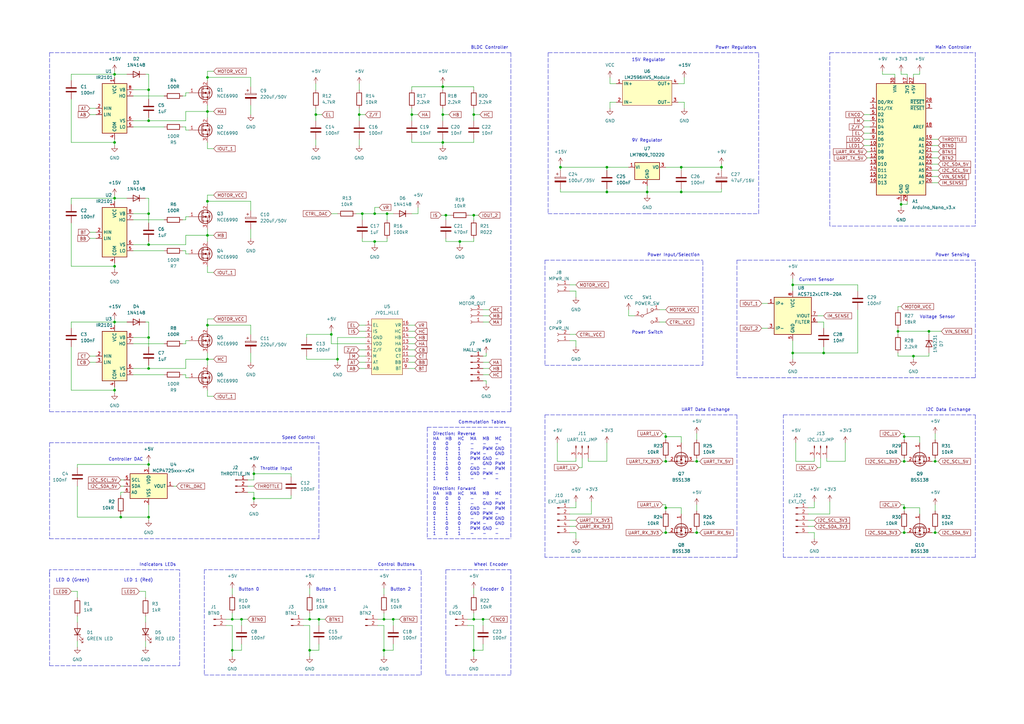
<source format=kicad_sch>
(kicad_sch (version 20250114) (generator "eeschema") (generator_version "9.0")
  (paper "A3")
  (title_block (title "EcoMauá BLDC Controller  V0") (date "2023-05-22") (rev "V1.0.0"))
  (text "I2C Data Exchange" (at 379.73 168.91 0) (effects (font (size 1.27 1.27)) (justify left bottom)))
  (text "BLDC Controller" (at 193.04 20.32 0) (effects (font (size 1.27 1.27)) (justify left bottom)))
  (text "Button 0" (at 97.79 242.57 0) (effects (font (size 1.27 1.27)) (justify left bottom)))
  (text "						\n	Direction: Reverse					\n	HA	HB	HC	MA	MB	MC\n	0	0	0	-	-	-\n	0	0	1	-	PWM	GND\n	0	1	1	PWM	-	GND\n	0	1	0	PWM	GND	-\n	1	1	0	-	GND	PWM\n	1	0	0	GND	-	PWM\n	1	0	1	GND	PWM	-\n	1	1	1	-	-	-\n						\n	Direction: Forward					\n	HA	HB	HC	MA	MB	MC\n	0	0	0	-	-	-\n	0	0	1	-	GND	PWM\n	0	1	1	GND	-	PWM\n	0	1	0	GND	PWM	-\n	1	1	0	-	PWM	GND\n	1	0	0	PWM	-	GND\n	1	0	1	PWM	GND	-\n	1	1	1	-	-	-\n" (at 172.72 219.71 0) (effects (font (size 1.27 1.27)) (justify left bottom)))
  (text "Throttle Input" (at 106.68 193.04 0) (effects (font (size 1.27 1.27)) (justify left bottom)))
  (text "Commutation Tables" (at 187.96 173.99 0) (effects (font (size 1.27 1.27)) (justify left bottom)))
  (text "Power Input/Selection" (at 265.43 105.41 0) (effects (font (size 1.27 1.27)) (justify left bottom)))
  (text "UART Data Exchange" (at 279.4 168.91 0) (effects (font (size 1.27 1.27)) (justify left bottom)))
  (text "9V Regulator" (at 259.08 58.42 0) (effects (font (size 1.27 1.27)) (justify left bottom)))
  (text "Wheel Encoder" (at 194.31 232.41 0) (effects (font (size 1.27 1.27)) (justify left bottom)))
  (text "Button 1" (at 129.54 242.57 0) (effects (font (size 1.27 1.27)) (justify left bottom)))
  (text "Power Regulators\n" (at 293.37 20.32 0) (effects (font (size 1.27 1.27)) (justify left bottom)))
  (text "LED 1 (Red)" (at 50.8 238.76 0) (effects (font (size 1.27 1.27)) (justify left bottom)))
  (text "Speed Control" (at 115.57 180.34 0) (effects (font (size 1.27 1.27)) (justify left bottom)))
  (text "Indicators LEDs" (at 57.15 232.41 0) (effects (font (size 1.27 1.27)) (justify left bottom)))
  (text "Controller DAC" (at 44.45 189.23 0) (effects (font (size 1.27 1.27)) (justify left bottom)))
  (text "Control Buttons" (at 154.94 232.41 0) (effects (font (size 1.27 1.27)) (justify left bottom)))
  (text "LED 0 (Green)" (at 22.86 238.76 0) (effects (font (size 1.27 1.27)) (justify left bottom)))
  (text "Main Controller" (at 383.54 20.32 0) (effects (font (size 1.27 1.27)) (justify left bottom)))
  (text "Voltage Sensor" (at 377.19 130.81 0) (effects (font (size 1.27 1.27)) (justify left bottom)))
  (text "Button 2" (at 160.02 242.57 0) (effects (font (size 1.27 1.27)) (justify left bottom)))
  (text "15V Regulator" (at 259.08 25.4 0) (effects (font (size 1.27 1.27)) (justify left bottom)))
  (text "Encoder 0" (at 196.85 242.57 0) (effects (font (size 1.27 1.27)) (justify left bottom)))
  (text "Power Sensing" (at 383.54 105.41 0) (effects (font (size 1.27 1.27)) (justify left bottom)))
  (text "Current Sensor" (at 327.66 115.57 0) (effects (font (size 1.27 1.27)) (justify left bottom)))
  (text "Power Switch" (at 259.08 137.16 0) (effects (font (size 1.27 1.27)) (justify left bottom)))
  (junction (at 273.05 208.28))
  (junction (at 248.92 68.58))
  (junction (at 46.99 160.02))
  (junction (at 194.31 88.265))
  (junction (at 182.88 88.265))
  (junction (at 85.09 82.55))
  (junction (at 157.48 266.7))
  (junction (at 248.92 78.74))
  (junction (at 285.75 189.23))
  (junction (at 194.31 266.7))
  (junction (at 46.99 109.22))
  (junction (at 60.96 100.33))
  (junction (at 60.96 190.5))
  (junction (at 265.43 78.74))
  (junction (at 337.82 144.78))
  (junction (at 325.12 144.78))
  (junction (at 104.14 204.47))
  (junction (at 95.25 254))
  (junction (at 46.99 81.28))
  (junction (at 198.12 254))
  (junction (at 129.54 46.99))
  (junction (at 85.09 133.35))
  (junction (at 383.54 189.23))
  (junction (at 46.99 132.08))
  (junction (at 127 266.7))
  (junction (at 161.29 254))
  (junction (at 60.96 36.83))
  (junction (at 181.61 58.42))
  (junction (at 273.05 179.07))
  (junction (at 60.96 151.13))
  (junction (at 60.96 87.63))
  (junction (at 60.96 138.43))
  (junction (at 46.99 58.42))
  (junction (at 370.84 189.23))
  (junction (at 60.96 49.53))
  (junction (at 295.91 68.58))
  (junction (at 381 135.89))
  (junction (at 325.12 116.84))
  (junction (at 95.25 266.7))
  (junction (at 369.57 83.82))
  (junction (at 157.48 254))
  (junction (at 229.87 68.58))
  (junction (at 138.43 147.32))
  (junction (at 374.65 146.05))
  (junction (at 181.61 46.99))
  (junction (at 85.09 147.32))
  (junction (at 60.96 212.09))
  (junction (at 370.84 179.07))
  (junction (at 158.75 87.63))
  (junction (at 194.31 46.99))
  (junction (at 168.91 46.99))
  (junction (at 273.05 218.44))
  (junction (at 285.75 218.44))
  (junction (at 383.54 218.44))
  (junction (at 85.09 31.75))
  (junction (at 194.31 254))
  (junction (at 104.14 194.31))
  (junction (at 85.09 96.52))
  (junction (at 147.32 46.99))
  (junction (at 153.67 87.63))
  (junction (at 99.06 254))
  (junction (at 279.4 78.74))
  (junction (at 46.99 30.48))
  (junction (at 370.84 218.44))
  (junction (at 127 254))
  (junction (at 273.05 189.23))
  (junction (at 135.89 137.16))
  (junction (at 153.67 99.06))
  (junction (at 49.53 212.09))
  (junction (at 370.84 208.28))
  (junction (at 85.09 45.72))
  (junction (at 279.4 68.58))
  (junction (at 181.61 35.56))
  (junction (at 188.595 99.06))
  (junction (at 368.3 135.89))
  (junction (at 130.81 254))
  (junction (at 148.59 87.63))
  (wire (pts (xy 130.81 254) (xy 133.35 254)))
  (wire (pts (xy 161.29 254) (xy 163.83 254)))
  (wire (pts (xy 46.99 158.75) (xy 46.99 160.02)))
  (polyline (pts (xy 20.32 234.95) (xy 20.32 273.05)) (stroke (width 0) (type dash)))
  (wire (pts (xy 252.73 41.91) (xy 250.19 41.91)))
  (wire (pts (xy 49.53 210.82) (xy 49.53 212.09)))
  (wire (pts (xy 372.11 30.48) (xy 372.11 31.75)))
  (wire (pts (xy 354.33 54.61) (xy 356.87 54.61)))
  (wire (pts (xy 229.87 78.74) (xy 248.92 78.74)))
  (polyline (pts (xy 311.15 87.63) (xy 311.15 21.59)) (stroke (width 0) (type dash)))
  (wire (pts (xy 278.13 34.29) (xy 280.67 34.29)))
  (wire (pts (xy 285.75 177.8) (xy 285.75 180.34)))
  (wire (pts (xy 372.11 82.55) (xy 372.11 83.82)))
  (wire (pts (xy 351.79 144.78) (xy 337.82 144.78)))
  (wire (pts (xy 285.75 187.96) (xy 285.75 189.23)))
  (wire (pts (xy 46.99 132.08) (xy 52.07 132.08)))
  (wire (pts (xy 346.71 189.23) (xy 346.71 181.61)))
  (wire (pts (xy 76.2 96.52) (xy 76.2 100.33)))
  (wire (pts (xy 29.21 242.57) (xy 31.75 242.57)))
  (wire (pts (xy 60.96 49.53) (xy 60.96 48.26)))
  (wire (pts (xy 233.68 119.38) (xy 236.22 119.38)))
  (wire (pts (xy 233.68 213.36) (xy 236.22 213.36)))
  (wire (pts (xy 229.87 68.58) (xy 229.87 69.85)))
  (wire (pts (xy 233.68 116.84) (xy 236.22 116.84)))
  (wire (pts (xy 99.06 254) (xy 95.25 254)))
  (wire (pts (xy 334.01 208.28) (xy 334.01 205.74)))
  (wire (pts (xy 95.25 256.54) (xy 95.25 266.7)))
  (wire (pts (xy 85.09 31.75) (xy 102.87 31.75)))
  (polyline (pts (xy 223.52 228.6) (xy 223.52 170.18)) (stroke (width 0) (type dash)))
  (wire (pts (xy 29.21 30.48) (xy 46.99 30.48)))
  (wire (pts (xy 147.32 34.29) (xy 147.32 36.83)))
  (wire (pts (xy 85.09 160.02) (xy 85.09 162.56)))
  (wire (pts (xy 198.12 151.13) (xy 200.66 151.13)))
  (wire (pts (xy 92.71 254) (xy 95.25 254)))
  (wire (pts (xy 351.79 127) (xy 351.79 144.78)))
  (wire (pts (xy 194.31 58.42) (xy 194.31 57.15)))
  (wire (pts (xy 104.14 204.47) (xy 104.14 205.74)))
  (wire (pts (xy 31.75 212.09) (xy 49.53 212.09)))
  (wire (pts (xy 148.59 87.63) (xy 153.67 87.63)))
  (polyline (pts (xy 20.32 21.59) (xy 209.55 21.59)) (stroke (width 0) (type dash)))
  (wire (pts (xy 85.09 109.22) (xy 85.09 111.76)))
  (polyline (pts (xy 182.88 276.86) (xy 209.55 276.86)) (stroke (width 0) (type dash)))
  (wire (pts (xy 71.12 199.39) (xy 72.39 199.39)))
  (wire (pts (xy 334.01 187.96) (xy 334.01 189.23)))
  (wire (pts (xy 60.96 189.23) (xy 60.96 190.5)))
  (wire (pts (xy 369.57 29.21) (xy 369.57 30.48)))
  (wire (pts (xy 383.54 217.17) (xy 383.54 218.44)))
  (wire (pts (xy 194.31 35.56) (xy 181.61 35.56)))
  (polyline (pts (xy 400.05 170.18) (xy 400.05 228.6)) (stroke (width 0) (type dash)))
  (wire (pts (xy 325.12 144.78) (xy 325.12 147.32)))
  (wire (pts (xy 279.4 78.74) (xy 295.91 78.74)))
  (wire (pts (xy 194.31 254) (xy 194.31 251.46)))
  (wire (pts (xy 54.61 153.67) (xy 67.31 153.67)))
  (wire (pts (xy 85.09 29.21) (xy 85.09 31.75)))
  (wire (pts (xy 236.22 119.38) (xy 236.22 121.92)))
  (wire (pts (xy 370.84 189.23) (xy 372.11 189.23)))
  (polyline (pts (xy 265.43 87.63) (xy 311.15 87.63)) (stroke (width 0) (type dash)))
  (wire (pts (xy 153.67 87.63) (xy 158.75 87.63)))
  (polyline (pts (xy 20.32 21.59) (xy 20.32 168.91)) (stroke (width 0) (type dash)))
  (wire (pts (xy 194.31 88.265) (xy 194.31 90.17)))
  (wire (pts (xy 57.15 242.57) (xy 59.69 242.57)))
  (wire (pts (xy 339.09 187.96) (xy 339.09 189.23)))
  (wire (pts (xy 168.91 58.42) (xy 181.61 58.42)))
  (wire (pts (xy 129.54 57.15) (xy 129.54 59.69)))
  (wire (pts (xy 76.2 39.37) (xy 76.2 38.1)))
  (wire (pts (xy 370.84 209.55) (xy 370.84 208.28)))
  (polyline (pts (xy 175.26 175.26) (xy 209.55 175.26)) (stroke (width 0) (type dash)))
  (wire (pts (xy 326.39 189.23) (xy 334.01 189.23)))
  (wire (pts (xy 351.79 116.84) (xy 325.12 116.84)))
  (wire (pts (xy 76.2 154.94) (xy 77.47 154.94)))
  (wire (pts (xy 157.48 256.54) (xy 157.48 266.7)))
  (wire (pts (xy 167.64 135.89) (xy 170.18 135.89)))
  (wire (pts (xy 181.61 44.45) (xy 181.61 46.99)))
  (wire (pts (xy 355.6 64.77) (xy 356.87 64.77)))
  (wire (pts (xy 194.31 256.54) (xy 194.31 266.7)))
  (wire (pts (xy 161.29 264.16) (xy 161.29 266.7)))
  (wire (pts (xy 279.4 179.07) (xy 279.4 181.61)))
  (wire (pts (xy 171.45 85.09) (xy 171.45 87.63)))
  (wire (pts (xy 257.81 129.54) (xy 260.35 129.54)))
  (wire (pts (xy 181.61 46.99) (xy 184.15 46.99)))
  (wire (pts (xy 99.06 264.16) (xy 99.06 266.7)))
  (wire (pts (xy 369.57 218.44) (xy 370.84 218.44)))
  (wire (pts (xy 60.96 49.53) (xy 76.2 49.53)))
  (wire (pts (xy 374.65 30.48) (xy 377.19 30.48)))
  (polyline (pts (xy 340.36 63.5) (xy 340.36 21.59)) (stroke (width 0) (type dash)))
  (wire (pts (xy 370.84 217.17) (xy 370.84 218.44)))
  (wire (pts (xy 228.6 189.23) (xy 228.6 181.61)))
  (wire (pts (xy 285.75 218.44) (xy 287.02 218.44)))
  (wire (pts (xy 54.61 102.87) (xy 67.31 102.87)))
  (wire (pts (xy 236.22 187.96) (xy 236.22 189.23)))
  (polyline (pts (xy 209.55 82.55) (xy 209.55 168.91)) (stroke (width 0) (type dash)))
  (wire (pts (xy 273.05 189.23) (xy 274.32 189.23)))
  (wire (pts (xy 312.42 124.46) (xy 314.96 124.46)))
  (wire (pts (xy 104.14 201.93) (xy 104.14 204.47)))
  (wire (pts (xy 125.73 137.16) (xy 135.89 137.16)))
  (wire (pts (xy 76.2 102.87) (xy 76.2 104.14)))
  (polyline (pts (xy 223.52 170.18) (xy 302.26 170.18)) (stroke (width 0) (type dash)))
  (wire (pts (xy 158.75 97.79) (xy 158.75 99.06)))
  (wire (pts (xy 101.6 199.39) (xy 104.14 199.39)))
  (wire (pts (xy 147.32 46.99) (xy 147.32 49.53)))
  (wire (pts (xy 370.84 180.34) (xy 370.84 179.07)))
  (wire (pts (xy 130.81 254) (xy 127 254)))
  (wire (pts (xy 233.68 137.16) (xy 236.22 137.16)))
  (wire (pts (xy 198.12 148.59) (xy 200.66 148.59)))
  (wire (pts (xy 31.75 190.5) (xy 31.75 191.77)))
  (wire (pts (xy 271.78 218.44) (xy 273.05 218.44)))
  (wire (pts (xy 369.57 30.48) (xy 372.11 30.48)))
  (wire (pts (xy 368.3 144.78) (xy 368.3 146.05)))
  (wire (pts (xy 102.87 31.75) (xy 102.87 35.56)))
  (wire (pts (xy 74.93 102.87) (xy 76.2 102.87)))
  (wire (pts (xy 31.75 199.39) (xy 31.75 212.09)))
  (wire (pts (xy 242.57 210.82) (xy 242.57 205.74)))
  (wire (pts (xy 76.2 90.17) (xy 76.2 88.9)))
  (wire (pts (xy 49.53 201.93) (xy 49.53 203.2)))
  (wire (pts (xy 60.96 138.43) (xy 60.96 142.24)))
  (wire (pts (xy 181.61 58.42) (xy 194.31 58.42)))
  (wire (pts (xy 351.79 119.38) (xy 351.79 116.84)))
  (wire (pts (xy 31.75 242.57) (xy 31.75 245.11)))
  (wire (pts (xy 181.61 57.15) (xy 181.61 58.42)))
  (wire (pts (xy 336.55 191.77) (xy 336.55 187.96)))
  (wire (pts (xy 85.09 31.75) (xy 85.09 33.02)))
  (wire (pts (xy 335.28 132.08) (xy 337.82 132.08)))
  (wire (pts (xy 74.93 153.67) (xy 76.2 153.67)))
  (wire (pts (xy 60.96 151.13) (xy 76.2 151.13)))
  (wire (pts (xy 31.75 252.73) (xy 31.75 255.27)))
  (wire (pts (xy 46.99 57.15) (xy 46.99 58.42)))
  (wire (pts (xy 233.68 208.28) (xy 236.22 208.28)))
  (wire (pts (xy 127 254) (xy 127 251.46)))
  (wire (pts (xy 125.73 147.32) (xy 138.43 147.32)))
  (wire (pts (xy 54.61 100.33) (xy 60.96 100.33)))
  (wire (pts (xy 102.87 144.78) (xy 102.87 148.59)))
  (wire (pts (xy 60.96 87.63) (xy 60.96 91.44)))
  (wire (pts (xy 374.65 146.05) (xy 381 146.05)))
  (polyline (pts (xy 302.26 154.94) (xy 400.05 154.94)) (stroke (width 0) (type dash)))
  (wire (pts (xy 199.39 144.78) (xy 199.39 146.05)))
  (wire (pts (xy 148.59 99.06) (xy 153.67 99.06)))
  (wire (pts (xy 119.38 204.47) (xy 104.14 204.47)))
  (wire (pts (xy 382.27 189.23) (xy 383.54 189.23)))
  (wire (pts (xy 54.61 49.53) (xy 60.96 49.53)))
  (wire (pts (xy 335.28 191.77) (xy 336.55 191.77)))
  (wire (pts (xy 368.3 134.62) (xy 368.3 135.89)))
  (wire (pts (xy 228.6 189.23) (xy 236.22 189.23)))
  (wire (pts (xy 257.81 68.58) (xy 248.92 68.58)))
  (wire (pts (xy 248.92 189.23) (xy 248.92 181.61)))
  (wire (pts (xy 158.75 99.06) (xy 153.67 99.06)))
  (wire (pts (xy 284.48 189.23) (xy 285.75 189.23)))
  (wire (pts (xy 191.77 254) (xy 194.31 254)))
  (polyline (pts (xy 130.81 220.98) (xy 130.81 181.61)) (stroke (width 0) (type dash)))
  (wire (pts (xy 119.38 195.58) (xy 119.38 194.31)))
  (wire (pts (xy 104.14 193.04) (xy 104.14 194.31)))
  (wire (pts (xy 60.96 100.33) (xy 76.2 100.33)))
  (wire (pts (xy 198.12 266.7) (xy 194.31 266.7)))
  (wire (pts (xy 273.05 218.44) (xy 274.32 218.44)))
  (wire (pts (xy 280.67 41.91) (xy 280.67 44.45)))
  (wire (pts (xy 340.36 210.82) (xy 331.47 210.82)))
  (wire (pts (xy 125.73 137.16) (xy 125.73 138.43)))
  (wire (pts (xy 76.2 140.97) (xy 76.2 139.7)))
  (wire (pts (xy 46.99 30.48) (xy 52.07 30.48)))
  (wire (pts (xy 325.12 116.84) (xy 325.12 119.38)))
  (wire (pts (xy 87.63 130.81) (xy 85.09 130.81)))
  (wire (pts (xy 168.91 46.99) (xy 171.45 46.99)))
  (wire (pts (xy 374.65 146.05) (xy 374.65 147.32)))
  (wire (pts (xy 192.405 88.265) (xy 194.31 88.265)))
  (wire (pts (xy 382.27 67.31) (xy 384.81 67.31)))
  (wire (pts (xy 198.12 256.54) (xy 198.12 254)))
  (wire (pts (xy 295.91 67.31) (xy 295.91 68.58)))
  (wire (pts (xy 198.12 254) (xy 194.31 254)))
  (wire (pts (xy 370.84 218.44) (xy 372.11 218.44)))
  (wire (pts (xy 236.22 139.7) (xy 236.22 142.24)))
  (wire (pts (xy 60.96 30.48) (xy 60.96 36.83)))
  (wire (pts (xy 285.75 207.01) (xy 285.75 209.55)))
  (wire (pts (xy 367.03 30.48) (xy 361.95 30.48)))
  (wire (pts (xy 191.77 256.54) (xy 194.31 256.54)))
  (wire (pts (xy 129.54 46.99) (xy 132.08 46.99)))
  (wire (pts (xy 60.96 190.5) (xy 60.96 191.77)))
  (wire (pts (xy 340.36 205.74) (xy 340.36 210.82)))
  (wire (pts (xy 147.32 57.15) (xy 147.32 59.69)))
  (wire (pts (xy 158.75 90.17) (xy 158.75 87.63)))
  (wire (pts (xy 271.78 207.01) (xy 273.05 207.01)))
  (wire (pts (xy 29.21 40.64) (xy 29.21 58.42)))
  (wire (pts (xy 130.81 264.16) (xy 130.81 266.7)))
  (wire (pts (xy 161.29 256.54) (xy 161.29 254)))
  (wire (pts (xy 29.21 160.02) (xy 46.99 160.02)))
  (wire (pts (xy 285.75 217.17) (xy 285.75 218.44)))
  (polyline (pts (xy 311.15 21.59) (xy 224.79 21.59)) (stroke (width 0) (type dash)))
  (polyline (pts (xy 209.55 168.91) (xy 186.69 168.91)) (stroke (width 0) (type dash)))
  (wire (pts (xy 370.84 208.28) (xy 377.19 208.28)))
  (wire (pts (xy 241.3 187.96) (xy 241.3 189.23)))
  (wire (pts (xy 149.86 138.43) (xy 138.43 138.43)))
  (wire (pts (xy 271.78 177.8) (xy 273.05 177.8)))
  (wire (pts (xy 369.57 177.8) (xy 370.84 177.8)))
  (wire (pts (xy 129.54 44.45) (xy 129.54 46.99)))
  (polyline (pts (xy 223.52 106.68) (xy 223.52 149.86)) (stroke (width 0) (type dash)))
  (polyline (pts (xy 20.32 220.98) (xy 130.81 220.98)) (stroke (width 0) (type dash)))
  (wire (pts (xy 153.67 99.06) (xy 153.67 100.33)))
  (wire (pts (xy 157.48 241.3) (xy 157.48 243.84)))
  (wire (pts (xy 382.27 57.15) (xy 384.81 57.15)))
  (wire (pts (xy 157.48 266.7) (xy 157.48 269.24)))
  (polyline (pts (xy 302.26 106.68) (xy 325.12 106.68)) (stroke (width 0) (type dash)))
  (wire (pts (xy 383.54 189.23) (xy 384.81 189.23)))
  (wire (pts (xy 147.32 148.59) (xy 149.86 148.59)))
  (polyline (pts (xy 73.66 233.68) (xy 20.32 233.68)) (stroke (width 0) (type dash)))
  (wire (pts (xy 312.42 134.62) (xy 314.96 134.62)))
  (polyline (pts (xy 321.31 170.18) (xy 400.05 170.18)) (stroke (width 0) (type dash)))
  (polyline (pts (xy 340.36 21.59) (xy 400.05 21.59)) (stroke (width 0) (type dash)))
  (wire (pts (xy 382.27 72.39) (xy 384.81 72.39)))
  (wire (pts (xy 85.09 130.81) (xy 85.09 133.35)))
  (wire (pts (xy 372.11 83.82) (xy 369.57 83.82)))
  (wire (pts (xy 368.3 135.89) (xy 368.3 137.16)))
  (wire (pts (xy 49.53 196.85) (xy 50.8 196.85)))
  (wire (pts (xy 102.87 93.98) (xy 102.87 97.79)))
  (wire (pts (xy 257.81 127) (xy 257.81 129.54)))
  (wire (pts (xy 76.2 45.72) (xy 76.2 49.53)))
  (wire (pts (xy 278.13 41.91) (xy 280.67 41.91)))
  (wire (pts (xy 168.91 44.45) (xy 168.91 46.99)))
  (wire (pts (xy 248.92 68.58) (xy 248.92 69.85)))
  (wire (pts (xy 60.96 132.08) (xy 60.96 138.43)))
  (wire (pts (xy 198.12 127) (xy 200.66 127)))
  (wire (pts (xy 168.91 35.56) (xy 168.91 36.83)))
  (wire (pts (xy 194.31 44.45) (xy 194.31 46.99)))
  (wire (pts (xy 36.83 44.45) (xy 39.37 44.45)))
  (wire (pts (xy 85.09 96.52) (xy 85.09 99.06)))
  (polyline (pts (xy 175.26 220.98) (xy 209.55 220.98)) (stroke (width 0) (type dash)))
  (wire (pts (xy 377.19 179.07) (xy 377.19 181.61)))
  (wire (pts (xy 31.75 190.5) (xy 60.96 190.5)))
  (polyline (pts (xy 20.32 273.05) (xy 73.66 273.05)) (stroke (width 0) (type dash)))
  (wire (pts (xy 334.01 218.44) (xy 334.01 220.98)))
  (wire (pts (xy 337.82 142.24) (xy 337.82 144.78)))
  (wire (pts (xy 54.61 90.17) (xy 67.31 90.17)))
  (wire (pts (xy 46.99 58.42) (xy 46.99 59.69)))
  (wire (pts (xy 182.88 97.79) (xy 182.88 99.06)))
  (wire (pts (xy 233.68 139.7) (xy 236.22 139.7)))
  (wire (pts (xy 182.88 88.265) (xy 184.785 88.265)))
  (wire (pts (xy 370.84 207.01) (xy 370.84 208.28)))
  (wire (pts (xy 354.33 49.53) (xy 356.87 49.53)))
  (wire (pts (xy 370.84 179.07) (xy 377.19 179.07)))
  (wire (pts (xy 60.96 100.33) (xy 60.96 99.06)))
  (wire (pts (xy 367.03 30.48) (xy 367.03 31.75)))
  (wire (pts (xy 248.92 68.58) (xy 229.87 68.58)))
  (wire (pts (xy 382.27 74.93) (xy 384.81 74.93)))
  (polyline (pts (xy 224.79 87.63) (xy 265.43 87.63)) (stroke (width 0) (type dash)))
  (wire (pts (xy 273.05 209.55) (xy 273.05 208.28)))
  (wire (pts (xy 369.57 207.01) (xy 370.84 207.01)))
  (wire (pts (xy 271.78 189.23) (xy 273.05 189.23)))
  (wire (pts (xy 130.81 266.7) (xy 127 266.7)))
  (wire (pts (xy 60.96 36.83) (xy 60.96 40.64)))
  (wire (pts (xy 85.09 58.42) (xy 85.09 60.96)))
  (wire (pts (xy 265.43 78.74) (xy 265.43 80.01)))
  (wire (pts (xy 167.64 146.05) (xy 170.18 146.05)))
  (wire (pts (xy 279.4 77.47) (xy 279.4 78.74)))
  (wire (pts (xy 60.96 81.28) (xy 60.96 87.63)))
  (wire (pts (xy 354.33 57.15) (xy 356.87 57.15)))
  (wire (pts (xy 138.43 138.43) (xy 138.43 147.32)))
  (wire (pts (xy 85.09 144.78) (xy 85.09 147.32)))
  (wire (pts (xy 85.09 43.18) (xy 85.09 45.72)))
  (wire (pts (xy 355.6 62.23) (xy 356.87 62.23)))
  (wire (pts (xy 295.91 68.58) (xy 279.4 68.58)))
  (wire (pts (xy 279.4 68.58) (xy 273.05 68.58)))
  (wire (pts (xy 85.09 80.01) (xy 85.09 82.55)))
  (wire (pts (xy 354.33 46.99) (xy 356.87 46.99)))
  (wire (pts (xy 295.91 78.74) (xy 295.91 77.47)))
  (wire (pts (xy 250.19 41.91) (xy 250.19 44.45)))
  (wire (pts (xy 29.21 81.28) (xy 46.99 81.28)))
  (wire (pts (xy 250.19 34.29) (xy 252.73 34.29)))
  (wire (pts (xy 194.31 46.99) (xy 196.85 46.99)))
  (wire (pts (xy 369.57 189.23) (xy 370.84 189.23)))
  (wire (pts (xy 147.32 133.35) (xy 149.86 133.35)))
  (wire (pts (xy 382.27 64.77) (xy 384.81 64.77)))
  (wire (pts (xy 95.25 241.3) (xy 95.25 243.84)))
  (polyline (pts (xy 223.52 149.86) (xy 288.29 149.86)) (stroke (width 0) (type dash)))
  (wire (pts (xy 104.14 194.31) (xy 104.14 196.85)))
  (wire (pts (xy 102.87 82.55) (xy 102.87 86.36)))
  (wire (pts (xy 135.89 135.89) (xy 135.89 137.16)))
  (wire (pts (xy 85.09 45.72) (xy 87.63 45.72)))
  (wire (pts (xy 85.09 111.76) (xy 87.63 111.76)))
  (wire (pts (xy 46.99 30.48) (xy 46.99 31.75)))
  (wire (pts (xy 129.54 46.99) (xy 129.54 49.53)))
  (wire (pts (xy 154.94 256.54) (xy 157.48 256.54)))
  (wire (pts (xy 60.96 212.09) (xy 60.96 213.36)))
  (polyline (pts (xy 73.66 273.05) (xy 73.66 233.68)) (stroke (width 0) (type dash)))
  (wire (pts (xy 102.87 43.18) (xy 102.87 46.99)))
  (wire (pts (xy 59.69 30.48) (xy 60.96 30.48)))
  (wire (pts (xy 198.12 153.67) (xy 200.66 153.67)))
  (wire (pts (xy 49.53 199.39) (xy 50.8 199.39)))
  (wire (pts (xy 182.88 88.265) (xy 182.88 90.17)))
  (polyline (pts (xy 20.32 181.61) (xy 20.32 220.98)) (stroke (width 0) (type dash)))
  (wire (pts (xy 248.92 78.74) (xy 265.43 78.74)))
  (wire (pts (xy 198.12 129.54) (xy 200.66 129.54)))
  (wire (pts (xy 102.87 133.35) (xy 102.87 137.16)))
  (wire (pts (xy 198.12 132.08) (xy 200.66 132.08)))
  (wire (pts (xy 167.64 133.35) (xy 170.18 133.35)))
  (wire (pts (xy 76.2 53.34) (xy 77.47 53.34)))
  (wire (pts (xy 181.61 35.56) (xy 181.61 36.83)))
  (wire (pts (xy 29.21 134.62) (xy 29.21 132.08)))
  (wire (pts (xy 135.89 137.16) (xy 135.89 140.97)))
  (wire (pts (xy 146.05 87.63) (xy 148.59 87.63)))
  (wire (pts (xy 127 241.3) (xy 127 243.84)))
  (wire (pts (xy 76.2 45.72) (xy 85.09 45.72)))
  (wire (pts (xy 60.96 151.13) (xy 60.96 149.86)))
  (wire (pts (xy 119.38 194.31) (xy 104.14 194.31)))
  (wire (pts (xy 331.47 218.44) (xy 334.01 218.44)))
  (wire (pts (xy 125.73 146.05) (xy 125.73 147.32)))
  (wire (pts (xy 370.84 187.96) (xy 370.84 189.23)))
  (wire (pts (xy 29.21 58.42) (xy 46.99 58.42)))
  (wire (pts (xy 127 266.7) (xy 127 269.24)))
  (wire (pts (xy 119.38 203.2) (xy 119.38 204.47)))
  (wire (pts (xy 147.32 146.05) (xy 149.86 146.05)))
  (wire (pts (xy 36.83 148.59) (xy 39.37 148.59)))
  (wire (pts (xy 29.21 33.02) (xy 29.21 30.48)))
  (wire (pts (xy 148.59 97.79) (xy 148.59 99.06)))
  (wire (pts (xy 354.33 52.07) (xy 356.87 52.07)))
  (polyline (pts (xy 400.05 21.59) (xy 400.05 92.71)) (stroke (width 0) (type dash)))
  (wire (pts (xy 95.25 254) (xy 95.25 251.46)))
  (wire (pts (xy 36.83 146.05) (xy 39.37 146.05)))
  (polyline (pts (xy 83.82 276.86) (xy 172.72 276.86)) (stroke (width 0) (type dash)))
  (wire (pts (xy 147.32 46.99) (xy 149.86 46.99)))
  (polyline (pts (xy 186.69 168.91) (xy 20.32 168.91)) (stroke (width 0) (type dash)))
  (wire (pts (xy 85.09 82.55) (xy 102.87 82.55)))
  (wire (pts (xy 135.89 87.63) (xy 138.43 87.63)))
  (wire (pts (xy 29.21 142.24) (xy 29.21 160.02)))
  (wire (pts (xy 279.4 208.28) (xy 279.4 210.82)))
  (wire (pts (xy 154.94 254) (xy 157.48 254)))
  (wire (pts (xy 383.54 218.44) (xy 384.81 218.44)))
  (polyline (pts (xy 302.26 228.6) (xy 223.52 228.6)) (stroke (width 0) (type dash)))
  (wire (pts (xy 270.51 127) (xy 273.05 127)))
  (wire (pts (xy 381 146.05) (xy 381 144.78)))
  (wire (pts (xy 49.53 212.09) (xy 60.96 212.09)))
  (wire (pts (xy 270.51 132.08) (xy 273.05 132.08)))
  (polyline (pts (xy 209.55 21.59) (xy 209.55 82.55)) (stroke (width 0) (type dash)))
  (wire (pts (xy 199.39 146.05) (xy 198.12 146.05)))
  (wire (pts (xy 188.595 99.06) (xy 188.595 100.33)))
  (wire (pts (xy 76.2 153.67) (xy 76.2 154.94)))
  (wire (pts (xy 161.29 266.7) (xy 157.48 266.7)))
  (wire (pts (xy 237.49 191.77) (xy 238.76 191.77)))
  (wire (pts (xy 129.54 34.29) (xy 129.54 36.83)))
  (wire (pts (xy 168.91 46.99) (xy 168.91 49.53)))
  (wire (pts (xy 99.06 266.7) (xy 95.25 266.7)))
  (polyline (pts (xy 321.31 228.6) (xy 321.31 170.18)) (stroke (width 0) (type dash)))
  (wire (pts (xy 194.31 266.7) (xy 194.31 269.24)))
  (wire (pts (xy 273.05 180.34) (xy 273.05 179.07)))
  (wire (pts (xy 383.54 207.01) (xy 383.54 209.55)))
  (wire (pts (xy 233.68 215.9) (xy 236.22 215.9)))
  (polyline (pts (xy 288.29 149.86) (xy 288.29 106.68)) (stroke (width 0) (type dash)))
  (wire (pts (xy 29.21 132.08) (xy 46.99 132.08)))
  (wire (pts (xy 229.87 67.31) (xy 229.87 68.58)))
  (wire (pts (xy 248.92 77.47) (xy 248.92 78.74)))
  (wire (pts (xy 36.83 95.25) (xy 39.37 95.25)))
  (wire (pts (xy 127 256.54) (xy 127 266.7)))
  (wire (pts (xy 147.32 44.45) (xy 147.32 46.99)))
  (wire (pts (xy 370.84 177.8) (xy 370.84 179.07)))
  (wire (pts (xy 46.99 81.28) (xy 52.07 81.28)))
  (wire (pts (xy 167.64 143.51) (xy 170.18 143.51)))
  (polyline (pts (xy 325.12 106.68) (xy 400.05 106.68)) (stroke (width 0) (type dash)))
  (wire (pts (xy 50.8 201.93) (xy 49.53 201.93)))
  (wire (pts (xy 76.2 52.07) (xy 76.2 53.34)))
  (wire (pts (xy 87.63 80.01) (xy 85.09 80.01)))
  (wire (pts (xy 59.69 242.57) (xy 59.69 245.11)))
  (polyline (pts (xy 20.32 233.68) (xy 20.32 236.22)) (stroke (width 0) (type dash)))
  (wire (pts (xy 99.06 256.54) (xy 99.06 254)))
  (wire (pts (xy 167.64 148.59) (xy 170.18 148.59)))
  (wire (pts (xy 85.09 45.72) (xy 85.09 48.26)))
  (wire (pts (xy 167.64 138.43) (xy 170.18 138.43)))
  (wire (pts (xy 147.32 135.89) (xy 149.86 135.89)))
  (wire (pts (xy 161.29 254) (xy 157.48 254)))
  (wire (pts (xy 130.81 256.54) (xy 130.81 254)))
  (wire (pts (xy 74.93 39.37) (xy 76.2 39.37)))
  (wire (pts (xy 273.05 207.01) (xy 273.05 208.28)))
  (wire (pts (xy 250.19 31.75) (xy 250.19 34.29)))
  (wire (pts (xy 85.09 96.52) (xy 87.63 96.52)))
  (wire (pts (xy 382.27 62.23) (xy 384.81 62.23)))
  (wire (pts (xy 46.99 81.28) (xy 46.99 82.55)))
  (wire (pts (xy 285.75 189.23) (xy 287.02 189.23)))
  (wire (pts (xy 295.91 69.85) (xy 295.91 68.58)))
  (wire (pts (xy 238.76 191.77) (xy 238.76 187.96)))
  (wire (pts (xy 147.32 143.51) (xy 149.86 143.51)))
  (wire (pts (xy 325.12 139.7) (xy 325.12 144.78)))
  (polyline (pts (xy 60.96 181.61) (xy 130.81 181.61)) (stroke (width 0) (type dash)))
  (wire (pts (xy 155.575 85.09) (xy 153.67 85.09)))
  (polyline (pts (xy 209.55 175.26) (xy 209.55 220.98)) (stroke (width 0) (type dash)))
  (wire (pts (xy 354.33 59.69) (xy 356.87 59.69)))
  (wire (pts (xy 54.61 39.37) (xy 67.31 39.37)))
  (wire (pts (xy 54.61 36.83) (xy 60.96 36.83)))
  (wire (pts (xy 194.31 36.83) (xy 194.31 35.56)))
  (wire (pts (xy 374.65 31.75) (xy 374.65 30.48)))
  (wire (pts (xy 135.89 140.97) (xy 149.86 140.97)))
  (wire (pts (xy 85.09 60.96) (xy 87.63 60.96)))
  (wire (pts (xy 229.87 77.47) (xy 229.87 78.74)))
  (polyline (pts (xy 400.05 154.94) (xy 400.05 106.68)) (stroke (width 0) (type dash)))
  (wire (pts (xy 273.05 187.96) (xy 273.05 189.23)))
  (polyline (pts (xy 83.82 233.68) (xy 83.82 276.86)) (stroke (width 0) (type dash)))
  (wire (pts (xy 168.91 57.15) (xy 168.91 58.42)))
  (wire (pts (xy 265.43 76.2) (xy 265.43 78.74)))
  (wire (pts (xy 85.09 147.32) (xy 87.63 147.32)))
  (wire (pts (xy 236.22 208.28) (xy 236.22 205.74)))
  (polyline (pts (xy 400.05 92.71) (xy 340.36 92.71)) (stroke (width 0) (type dash)))
  (wire (pts (xy 198.12 264.16) (xy 198.12 266.7)))
  (wire (pts (xy 369.57 125.73) (xy 368.3 125.73)))
  (wire (pts (xy 124.46 256.54) (xy 127 256.54)))
  (wire (pts (xy 76.2 139.7) (xy 77.47 139.7)))
  (wire (pts (xy 85.09 162.56) (xy 87.63 162.56)))
  (wire (pts (xy 59.69 252.73) (xy 59.69 255.27)))
  (wire (pts (xy 383.54 187.96) (xy 383.54 189.23)))
  (wire (pts (xy 180.975 88.265) (xy 182.88 88.265)))
  (wire (pts (xy 157.48 254) (xy 157.48 251.46)))
  (wire (pts (xy 382.27 218.44) (xy 383.54 218.44)))
  (wire (pts (xy 168.91 87.63) (xy 171.45 87.63)))
  (wire (pts (xy 85.09 82.55) (xy 85.09 83.82)))
  (wire (pts (xy 76.2 147.32) (xy 85.09 147.32)))
  (wire (pts (xy 167.64 151.13) (xy 170.18 151.13)))
  (wire (pts (xy 236.22 218.44) (xy 236.22 220.98)))
  (wire (pts (xy 147.32 151.13) (xy 149.86 151.13)))
  (wire (pts (xy 46.99 29.21) (xy 46.99 30.48)))
  (polyline (pts (xy 223.52 106.68) (xy 288.29 106.68)) (stroke (width 0) (type dash)))
  (wire (pts (xy 59.69 132.08) (xy 60.96 132.08)))
  (wire (pts (xy 87.63 29.21) (xy 85.09 29.21)))
  (wire (pts (xy 326.39 189.23) (xy 326.39 181.61)))
  (polyline (pts (xy 93.98 233.68) (xy 172.72 233.68)) (stroke (width 0) (type dash)))
  (wire (pts (xy 273.05 177.8) (xy 273.05 179.07)))
  (polyline (pts (xy 209.55 233.68) (xy 209.55 276.86)) (stroke (width 0) (type dash)))
  (wire (pts (xy 198.12 254) (xy 200.66 254)))
  (wire (pts (xy 92.71 256.54) (xy 95.25 256.54)))
  (wire (pts (xy 368.3 135.89) (xy 381 135.89)))
  (wire (pts (xy 331.47 208.28) (xy 334.01 208.28)))
  (wire (pts (xy 76.2 147.32) (xy 76.2 151.13)))
  (wire (pts (xy 76.2 104.14) (xy 77.47 104.14)))
  (wire (pts (xy 265.43 78.74) (xy 279.4 78.74)))
  (wire (pts (xy 148.59 87.63) (xy 148.59 90.17)))
  (wire (pts (xy 325.12 114.3) (xy 325.12 116.84)))
  (wire (pts (xy 60.96 212.09) (xy 60.96 207.01)))
  (wire (pts (xy 168.91 35.56) (xy 181.61 35.56)))
  (wire (pts (xy 198.12 156.21) (xy 199.39 156.21)))
  (wire (pts (xy 46.99 160.02) (xy 46.99 161.29)))
  (polyline (pts (xy 302.26 170.18) (xy 302.26 228.6)) (stroke (width 0) (type dash)))
  (wire (pts (xy 85.09 133.35) (xy 102.87 133.35)))
  (wire (pts (xy 54.61 151.13) (xy 60.96 151.13)))
  (wire (pts (xy 377.19 30.48) (xy 377.19 29.21)))
  (wire (pts (xy 29.21 91.44) (xy 29.21 109.22)))
  (wire (pts (xy 85.09 133.35) (xy 85.09 134.62)))
  (wire (pts (xy 54.61 138.43) (xy 60.96 138.43)))
  (wire (pts (xy 337.82 132.08) (xy 337.82 134.62)))
  (polyline (pts (xy 20.32 181.61) (xy 60.96 181.61)) (stroke (width 0) (type dash)))
  (wire (pts (xy 284.48 218.44) (xy 285.75 218.44)))
  (wire (pts (xy 381 137.16) (xy 381 135.89)))
  (wire (pts (xy 101.6 196.85) (xy 104.14 196.85)))
  (polyline (pts (xy 172.72 276.86) (xy 172.72 233.68)) (stroke (width 0) (type dash)))
  (wire (pts (xy 76.2 88.9) (xy 77.47 88.9)))
  (wire (pts (xy 138.43 147.32) (xy 138.43 148.59)))
  (wire (pts (xy 36.83 46.99) (xy 39.37 46.99)))
  (wire (pts (xy 181.61 58.42) (xy 181.61 59.69)))
  (wire (pts (xy 368.3 146.05) (xy 374.65 146.05)))
  (wire (pts (xy 273.05 217.17) (xy 273.05 218.44)))
  (wire (pts (xy 76.2 96.52) (xy 85.09 96.52)))
  (wire (pts (xy 124.46 254) (xy 127 254)))
  (wire (pts (xy 46.99 80.01) (xy 46.99 81.28)))
  (wire (pts (xy 29.21 109.22) (xy 46.99 109.22)))
  (wire (pts (xy 194.31 46.99) (xy 194.31 49.53)))
  (wire (pts (xy 85.09 147.32) (xy 85.09 149.86)))
  (wire (pts (xy 279.4 69.85) (xy 279.4 68.58)))
  (wire (pts (xy 273.05 208.28) (xy 279.4 208.28)))
  (wire (pts (xy 59.69 262.89) (xy 59.69 265.43)))
  (wire (pts (xy 153.67 85.09) (xy 153.67 87.63)))
  (wire (pts (xy 369.57 83.82) (xy 369.57 85.09)))
  (wire (pts (xy 85.09 93.98) (xy 85.09 96.52)))
  (wire (pts (xy 46.99 130.81) (xy 46.99 132.08)))
  (polyline (pts (xy 182.88 233.68) (xy 209.55 233.68)) (stroke (width 0) (type dash)))
  (wire (pts (xy 95.25 266.7) (xy 95.25 269.24)))
  (wire (pts (xy 335.28 129.54) (xy 337.82 129.54)))
  (wire (pts (xy 194.31 88.265) (xy 196.215 88.265)))
  (wire (pts (xy 76.2 38.1) (xy 77.47 38.1)))
  (wire (pts (xy 167.64 140.97) (xy 170.18 140.97)))
  (wire (pts (xy 382.27 59.69) (xy 384.81 59.69)))
  (polyline (pts (xy 182.88 233.68) (xy 182.88 276.86)) (stroke (width 0) (type dash)))
  (wire (pts (xy 233.68 218.44) (xy 236.22 218.44)))
  (wire (pts (xy 74.93 52.07) (xy 76.2 52.07)))
  (wire (pts (xy 369.57 83.82) (xy 369.57 82.55)))
  (wire (pts (xy 54.61 140.97) (xy 67.31 140.97)))
  (wire (pts (xy 181.61 46.99) (xy 181.61 49.53)))
  (wire (pts (xy 46.99 132.08) (xy 46.99 133.35)))
  (polyline (pts (xy 302.26 106.68) (xy 302.26 154.94)) (stroke (width 0) (type dash)))
  (wire (pts (xy 158.75 87.63) (xy 161.29 87.63)))
  (polyline (pts (xy 400.05 228.6) (xy 321.31 228.6)) (stroke (width 0) (type dash)))
  (wire (pts (xy 381 135.89) (xy 386.08 135.89)))
  (wire (pts (xy 368.3 125.73) (xy 368.3 127)))
  (wire (pts (xy 101.6 201.93) (xy 104.14 201.93)))
  (wire (pts (xy 241.3 189.23) (xy 248.92 189.23)))
  (wire (pts (xy 74.93 140.97) (xy 76.2 140.97)))
  (wire (pts (xy 188.595 99.06) (xy 194.31 99.06)))
  (wire (pts (xy 273.05 179.07) (xy 279.4 179.07)))
  (wire (pts (xy 54.61 87.63) (xy 60.96 87.63)))
  (wire (pts (xy 361.95 30.48) (xy 361.95 29.21)))
  (wire (pts (xy 99.06 254) (xy 101.6 254)))
  (wire (pts (xy 339.09 189.23) (xy 346.71 189.23)))
  (wire (pts (xy 74.93 90.17) (xy 76.2 90.17)))
  (wire (pts (xy 194.31 99.06) (xy 194.31 97.79)))
  (wire (pts (xy 182.88 99.06) (xy 188.595 99.06)))
  (wire (pts (xy 54.61 52.07) (xy 67.31 52.07)))
  (wire (pts (xy 199.39 156.21) (xy 199.39 157.48)))
  (wire (pts (xy 337.82 144.78) (xy 325.12 144.78)))
  (polyline (pts (xy 175.26 175.26) (xy 175.26 220.98)) (stroke (width 0) (type dash)))
  (polyline (pts (xy 93.98 233.68) (xy 83.82 233.68)) (stroke (width 0) (type dash)))
  (wire (pts (xy 29.21 83.82) (xy 29.21 81.28)))
  (wire (pts (xy 46.99 107.95) (xy 46.99 109.22)))
  (polyline (pts (xy 340.36 63.5) (xy 340.36 92.71)) (stroke (width 0) (type dash)))
  (wire (pts (xy 46.99 109.22) (xy 46.99 110.49)))
  (wire (pts (xy 31.75 262.89) (xy 31.75 265.43)))
  (wire (pts (xy 331.47 215.9) (xy 334.01 215.9)))
  (wire (pts (xy 181.61 34.29) (xy 181.61 35.56)))
  (wire (pts (xy 233.68 210.82) (xy 242.57 210.82)))
  (wire (pts (xy 280.67 34.29) (xy 280.67 31.75)))
  (wire (pts (xy 331.47 213.36) (xy 334.01 213.36)))
  (wire (pts (xy 383.54 177.8) (xy 383.54 180.34)))
  (polyline (pts (xy 224.79 21.59) (xy 224.79 87.63)) (stroke (width 0) (type dash)))
  (wire (pts (xy 36.83 97.79) (xy 39.37 97.79)))
  (wire (pts (xy 194.31 241.3) (xy 194.31 243.84)))
  (wire (pts (xy 382.27 69.85) (xy 384.81 69.85)))
  (wire (pts (xy 59.69 81.28) (xy 60.96 81.28)))
  (wire (pts (xy 377.19 208.28) (xy 377.19 210.82)))
  (global_label "BTN0" (shape input) (at 101.6 254 0) (property "Intersheetrefs" "${INTERSHEET_REFS}" (effects (hide yes))))
  (global_label "AT" (shape input) (at 36.83 44.45 180) (property "Intersheetrefs" "${INTERSHEET_REFS}" (effects (hide yes))))
  (global_label "CTRL_VCC" (shape input) (at 273.05 132.08 0) (property "Intersheetrefs" "${INTERSHEET_REFS}" (effects (hide yes))))
  (global_label "MA" (shape input) (at 87.63 45.72 0) (property "Intersheetrefs" "${INTERSHEET_REFS}" (effects (hide yes))))
  (global_label "VR" (shape input) (at 170.18 133.35 0) (property "Intersheetrefs" "${INTERSHEET_REFS}" (effects (hide yes))))
  (global_label "I2C_SCL_5V" (shape input) (at 384.81 189.23 0) (property "Intersheetrefs" "${INTERSHEET_REFS}" (effects (hide yes))))
  (global_label "Z{slash}F" (shape input) (at 354.33 52.07 180) (property "Intersheetrefs" "${INTERSHEET_REFS}" (effects (hide yes))))
  (global_label "I2C_SCL_5V" (shape input) (at 384.81 69.85 0) (property "Intersheetrefs" "${INTERSHEET_REFS}" (effects (hide yes))))
  (global_label "MC" (shape input) (at 87.63 147.32 0) (property "Intersheetrefs" "${INTERSHEET_REFS}" (effects (hide yes))))
  (global_label "LED1" (shape input) (at 354.33 59.69 180) (property "Intersheetrefs" "${INTERSHEET_REFS}" (effects (hide yes))))
  (global_label "CB" (shape input) (at 36.83 148.59 180) (property "Intersheetrefs" "${INTERSHEET_REFS}" (effects (hide yes))))
  (global_label "HC" (shape input) (at 196.85 46.99 0) (property "Intersheetrefs" "${INTERSHEET_REFS}" (effects (hide yes))))
  (global_label "HA" (shape input) (at 200.66 148.59 0) (property "Intersheetrefs" "${INTERSHEET_REFS}" (effects (hide yes))))
  (global_label "IOUT_1" (shape input) (at 87.63 162.56 0) (property "Intersheetrefs" "${INTERSHEET_REFS}" (effects (hide yes))))
  (global_label "CB" (shape input) (at 170.18 143.51 0) (property "Intersheetrefs" "${INTERSHEET_REFS}" (effects (hide yes))))
  (global_label "HB" (shape input) (at 170.18 138.43 0) (property "Intersheetrefs" "${INTERSHEET_REFS}" (effects (hide yes))))
  (global_label "CT" (shape input) (at 170.18 146.05 0) (property "Intersheetrefs" "${INTERSHEET_REFS}" (effects (hide yes))))
  (global_label "HA" (shape input) (at 171.45 46.99 0) (property "Intersheetrefs" "${INTERSHEET_REFS}" (effects (hide yes))))
  (global_label "LED0" (shape input) (at 354.33 57.15 180) (property "Intersheetrefs" "${INTERSHEET_REFS}" (effects (hide yes))))
  (global_label "I2C_SDA_5V" (shape input) (at 384.81 218.44 0) (property "Intersheetrefs" "${INTERSHEET_REFS}" (effects (hide yes))))
  (global_label "MOTOR_VCC" (shape input) (at 87.63 130.81 0) (property "Intersheetrefs" "${INTERSHEET_REFS}" (effects (hide yes))))
  (global_label "UART_RX_5V" (shape input) (at 287.02 218.44 0) (property "Intersheetrefs" "${INTERSHEET_REFS}" (effects (hide yes))))
  (global_label "I2C_SDA_3V3" (shape input) (at 369.57 218.44 180) (property "Intersheetrefs" "${INTERSHEET_REFS}" (effects (hide yes))))
  (global_label "IOUT_1" (shape input) (at 87.63 111.76 0) (property "Intersheetrefs" "${INTERSHEET_REFS}" (effects (hide yes))))
  (global_label "M" (shape input) (at 354.33 49.53 180) (property "Intersheetrefs" "${INTERSHEET_REFS}" (effects (hide yes))))
  (global_label "BT" (shape input) (at 36.83 95.25 180) (property "Intersheetrefs" "${INTERSHEET_REFS}" (effects (hide yes))))
  (global_label "IOUT_2" (shape input) (at 196.215 88.265 0) (property "Intersheetrefs" "${INTERSHEET_REFS}" (effects (hide yes))))
  (global_label "Z{slash}F" (shape input) (at 147.32 143.51 180) (property "Intersheetrefs" "${INTERSHEET_REFS}" (effects (hide yes))))
  (global_label "UART_RX_5V" (shape input) (at 355.6 62.23 180) (property "Intersheetrefs" "${INTERSHEET_REFS}" (effects (hide yes))))
  (global_label "UART_TX_5V" (shape input) (at 287.02 189.23 0) (property "Intersheetrefs" "${INTERSHEET_REFS}" (effects (hide yes))))
  (global_label "IS" (shape input) (at 147.32 135.89 180) (property "Intersheetrefs" "${INTERSHEET_REFS}" (effects (hide yes))))
  (global_label "HC" (shape input) (at 170.18 135.89 0) (property "Intersheetrefs" "${INTERSHEET_REFS}" (effects (hide yes))))
  (global_label "BB" (shape input) (at 36.83 97.79 180) (property "Intersheetrefs" "${INTERSHEET_REFS}" (effects (hide yes))))
  (global_label "I2C_SDA_3V3" (shape input) (at 334.01 215.9 0) (property "Intersheetrefs" "${INTERSHEET_REFS}" (effects (hide yes))))
  (global_label "I2C_SCL_5V" (shape input) (at 49.53 196.85 180) (property "Intersheetrefs" "${INTERSHEET_REFS}" (effects (hide yes))))
  (global_label "I2C_SCL_3V3" (shape input) (at 334.01 213.36 0) (property "Intersheetrefs" "${INTERSHEET_REFS}" (effects (hide yes))))
  (global_label "I2C_SDA_5V" (shape input) (at 49.53 199.39 180) (property "Intersheetrefs" "${INTERSHEET_REFS}" (effects (hide yes))))
  (global_label "UART_LV" (shape input) (at 271.78 177.8 180) (property "Intersheetrefs" "${INTERSHEET_REFS}" (effects (hide yes))))
  (global_label "UART_LV" (shape input) (at 271.78 207.01 180) (property "Intersheetrefs" "${INTERSHEET_REFS}" (effects (hide yes))))
  (global_label "THROTTLE" (shape input) (at 384.81 57.15 0) (property "Intersheetrefs" "${INTERSHEET_REFS}" (effects (hide yes))))
  (global_label "MOTOR_VCC" (shape input) (at 369.57 125.73 0) (property "Intersheetrefs" "${INTERSHEET_REFS}" (effects (hide yes))))
  (global_label "I2C_LV" (shape input) (at 369.57 177.8 180) (property "Intersheetrefs" "${INTERSHEET_REFS}" (effects (hide yes))))
  (global_label "BTN0" (shape input) (at 384.81 59.69 0) (property "Intersheetrefs" "${INTERSHEET_REFS}" (effects (hide yes))))
  (global_label "IS" (shape input) (at 180.975 88.265 180) (property "Intersheetrefs" "${INTERSHEET_REFS}" (effects (hide yes))))
  (global_label "UART_TX_5V" (shape input) (at 355.6 64.77 180) (property "Intersheetrefs" "${INTERSHEET_REFS}" (effects (hide yes))))
  (global_label "IM_SENSE" (shape input) (at 384.81 74.93 0) (property "Intersheetrefs" "${INTERSHEET_REFS}" (effects (hide yes))))
  (global_label "AB" (shape input) (at 147.32 151.13 180) (property "Intersheetrefs" "${INTERSHEET_REFS}" (effects (hide yes))))
  (global_label "BT" (shape input) (at 170.18 151.13 0) (property "Intersheetrefs" "${INTERSHEET_REFS}" (effects (hide yes))))
  (global_label "IOUT_1" (shape input) (at 87.63 60.96 0) (property "Intersheetrefs" "${INTERSHEET_REFS}" (effects (hide yes))))
  (global_label "VR" (shape input) (at 155.575 85.09 0) (property "Intersheetrefs" "${INTERSHEET_REFS}" (effects (hide yes))))
  (global_label "LED0" (shape input) (at 29.21 242.57 180) (property "Intersheetrefs" "${INTERSHEET_REFS}" (effects (hide yes))))
  (global_label "AB" (shape input) (at 36.83 46.99 180) (property "Intersheetrefs" "${INTERSHEET_REFS}" (effects (hide yes))))
  (global_label "VIN_SENSE" (shape input) (at 386.08 135.89 0) (property "Intersheetrefs" "${INTERSHEET_REFS}" (effects (hide yes))))
  (global_label "BTN1" (shape input) (at 384.81 62.23 0) (property "Intersheetrefs" "${INTERSHEET_REFS}" (effects (hide yes))))
  (global_label "Z{slash}F" (shape input) (at 149.86 46.99 0) (property "Intersheetrefs" "${INTERSHEET_REFS}" (effects (hide yes))))
  (global_label "I2C_LV" (shape input) (at 369.57 207.01 180) (property "Intersheetrefs" "${INTERSHEET_REFS}" (effects (hide yes))))
  (global_label "HC" (shape input) (at 200.66 153.67 0) (property "Intersheetrefs" "${INTERSHEET_REFS}" (effects (hide yes))))
  (global_label "EL" (shape input) (at 354.33 54.61 180) (property "Intersheetrefs" "${INTERSHEET_REFS}" (effects (hide yes))))
  (global_label "HA" (shape input) (at 170.18 140.97 0) (property "Intersheetrefs" "${INTERSHEET_REFS}" (effects (hide yes))))
  (global_label "CTRL_VCC" (shape input) (at 236.22 137.16 0) (property "Intersheetrefs" "${INTERSHEET_REFS}" (effects (hide yes))))
  (global_label "UART_RX_3V3" (shape input) (at 271.78 218.44 180) (property "Intersheetrefs" "${INTERSHEET_REFS}" (effects (hide yes))))
  (global_label "M" (shape input) (at 147.32 146.05 180) (property "Intersheetrefs" "${INTERSHEET_REFS}" (effects (hide yes))))
  (global_label "MA" (shape input) (at 200.66 132.08 0) (property "Intersheetrefs" "${INTERSHEET_REFS}" (effects (hide yes))))
  (global_label "MOTOR_VCC" (shape input) (at 236.22 116.84 0) (property "Intersheetrefs" "${INTERSHEET_REFS}" (effects (hide yes))))
  (global_label "UART_TX_3V3" (shape input) (at 236.22 213.36 0) (property "Intersheetrefs" "${INTERSHEET_REFS}" (effects (hide yes))))
  (global_label "LED1" (shape input) (at 57.15 242.57 180) (property "Intersheetrefs" "${INTERSHEET_REFS}" (effects (hide yes))))
  (global_label "CT" (shape input) (at 36.83 146.05 180) (property "Intersheetrefs" "${INTERSHEET_REFS}" (effects (hide yes))))
  (global_label "HB" (shape input) (at 200.66 151.13 0) (property "Intersheetrefs" "${INTERSHEET_REFS}" (effects (hide yes))))
  (global_label "I2C_SDA_5V" (shape input) (at 384.81 67.31 0) (property "Intersheetrefs" "${INTERSHEET_REFS}" (effects (hide yes))))
  (global_label "EL" (shape input) (at 147.32 133.35 180) (property "Intersheetrefs" "${INTERSHEET_REFS}" (effects (hide yes))))
  (global_label "IOUT_2" (shape input) (at 312.42 134.62 180) (property "Intersheetrefs" "${INTERSHEET_REFS}" (effects (hide yes))))
  (global_label "BTN1" (shape input) (at 133.35 254 0) (property "Intersheetrefs" "${INTERSHEET_REFS}" (effects (hide yes))))
  (global_label "HB" (shape input) (at 184.15 46.99 0) (property "Intersheetrefs" "${INTERSHEET_REFS}" (effects (hide yes))))
  (global_label "CTRL_DAC" (shape input) (at 72.39 199.39 0) (property "Intersheetrefs" "${INTERSHEET_REFS}" (effects (hide yes))))
  (global_label "BTN2" (shape input) (at 384.81 64.77 0) (property "Intersheetrefs" "${INTERSHEET_REFS}" (effects (hide yes))))
  (global_label "MOTOR_VCC" (shape input) (at 87.63 80.01 0) (property "Intersheetrefs" "${INTERSHEET_REFS}" (effects (hide yes))))
  (global_label "IM_SENSE" (shape input) (at 337.82 129.54 0) (property "Intersheetrefs" "${INTERSHEET_REFS}" (effects (hide yes))))
  (global_label "MC" (shape input) (at 200.66 127 0) (property "Intersheetrefs" "${INTERSHEET_REFS}" (effects (hide yes))))
  (global_label "UART_TX_3V3" (shape input) (at 271.78 189.23 180) (property "Intersheetrefs" "${INTERSHEET_REFS}" (effects (hide yes))))
  (global_label "MOTOR_VCC" (shape input) (at 273.05 127 0) (property "Intersheetrefs" "${INTERSHEET_REFS}" (effects (hide yes))))
  (global_label "CTRL_DAC" (shape input) (at 135.89 87.63 180) (property "Intersheetrefs" "${INTERSHEET_REFS}" (effects (hide yes))))
  (global_label "UART_RX_3V3" (shape input) (at 236.22 215.9 0) (property "Intersheetrefs" "${INTERSHEET_REFS}" (effects (hide yes))))
  (global_label "MOTOR_VCC" (shape input) (at 87.63 29.21 0) (property "Intersheetrefs" "${INTERSHEET_REFS}" (effects (hide yes))))
  (global_label "EL" (shape input) (at 132.08 46.99 0) (property "Intersheetrefs" "${INTERSHEET_REFS}" (effects (hide yes))))
  (global_label "UART_LV" (shape input) (at 237.49 191.77 180) (property "Intersheetrefs" "${INTERSHEET_REFS}" (effects (hide yes))))
  (global_label "IOUT_1" (shape input) (at 312.42 124.46 180) (property "Intersheetrefs" "${INTERSHEET_REFS}" (effects (hide yes))))
  (global_label "THROTTLE" (shape input) (at 104.14 199.39 0) (property "Intersheetrefs" "${INTERSHEET_REFS}" (effects (hide yes))))
  (global_label "MB" (shape input) (at 200.66 129.54 0) (property "Intersheetrefs" "${INTERSHEET_REFS}" (effects (hide yes))))
  (global_label "BTN2" (shape input) (at 163.83 254 0) (property "Intersheetrefs" "${INTERSHEET_REFS}" (effects (hide yes))))
  (global_label "I2C_SCL_3V3" (shape input) (at 369.57 189.23 180) (property "Intersheetrefs" "${INTERSHEET_REFS}" (effects (hide yes))))
  (global_label "MB" (shape input) (at 87.63 96.52 0) (property "Intersheetrefs" "${INTERSHEET_REFS}" (effects (hide yes))))
  (global_label "AT" (shape input) (at 147.32 148.59 180) (property "Intersheetrefs" "${INTERSHEET_REFS}" (effects (hide yes))))
  (global_label "VIN_SENSE" (shape input) (at 384.81 72.39 0) (property "Intersheetrefs" "${INTERSHEET_REFS}" (effects (hide yes))))
  (global_label "BB" (shape input) (at 170.18 148.59 0) (property "Intersheetrefs" "${INTERSHEET_REFS}" (effects (hide yes))))
  (global_label "ENC0" (shape input) (at 354.33 46.99 180) (property "Intersheetrefs" "${INTERSHEET_REFS}" (effects (hide yes))))
  (global_label "I2C_LV" (shape input) (at 335.28 191.77 180) (property "Intersheetrefs" "${INTERSHEET_REFS}" (effects (hide yes))))
  (global_label "ENC0" (shape input) (at 200.66 254 0) (property "Intersheetrefs" "${INTERSHEET_REFS}" (effects (hide yes))))
  (symbol (lib_id "Device:R") (at 129.54 40.64 180) (unit 1)
    (property "Reference" "R12" (at 132.08 39.3699 0) (effects (justify right)))
    (property "Value" "4.7kR" (at 132.08 41.9099 0) (effects (justify right)))
    (property "Footprint" "Resistor_SMD:R_0805_2012Metric" (effects (hide yes)))
  )
  (symbol (lib_id "Connector:Conn_01x02_Male") (at 119.38 254 0) (unit 1)
    (property "Reference" "J3" (at 119.38 248.92 0))
    (property "Value" "BTN1" (at 119.38 251.46 0))
    (property "Footprint" "Connector_PinHeader_2.54mm:PinHeader_1x02_P2.54mm_Vertical" (effects (hide yes)))
  )
  (symbol (lib_id "Device:R") (at 383.54 184.15 0) (unit 1)
    (property "Reference" "R31" (at 386.08 182.8799 0) (effects (justify left)))
    (property "Value" "10kR" (at 386.08 185.4199 0) (effects (justify left)))
    (property "Footprint" "Resistor_SMD:R_0805_2012Metric" (effects (hide yes)))
  )
  (symbol (lib_id "Device:LED") (at 59.69 259.08 90) (unit 1)
    (property "Reference" "D5" (at 63.5 259.3974 90) (effects (justify right)))
    (property "Value" "RED LED" (at 63.5 261.9374 90) (effects (justify right)))
    (property "Footprint" "LED_SMD:LED_0805_2012Metric" (effects (hide yes)))
  )
  (symbol (lib_id "power:+15V") (at 46.99 80.01 0) (unit 1)
    (property "Reference" "#PWR04" (effects (hide yes)))
    (property "Value" "+15V" (at 46.99 74.93 0))
  )
  (symbol (lib_id "Transistor_FET:BSS138") (at 377.19 186.69 270) (unit 1)
    (property "Reference" "Q9" (at 377.19 194.31 90))
    (property "Value" "BSS138" (at 377.19 196.85 90))
    (property "Footprint" "Package_TO_SOT_SMD:SOT-23" (effects (hide yes)))
    (property "Datasheet" "https://www.onsemi.com/pub/Collateral/BSS138-D.PDF" (effects (hide yes)))
  )
  (symbol (lib_id "power:+15V") (at 229.87 67.31 0) (unit 1)
    (property "Reference" "#PWR038" (effects (hide yes)))
    (property "Value" "+15V" (at 229.87 62.23 0))
  )
  (symbol (lib_id "Transistor_FET:BSS138") (at 279.4 186.69 270) (unit 1)
    (property "Reference" "Q7" (at 279.4 194.31 90))
    (property "Value" "BSS138" (at 279.4 196.85 90))
    (property "Footprint" "Package_TO_SOT_SMD:SOT-23" (effects (hide yes)))
    (property "Datasheet" "https://www.onsemi.com/pub/Collateral/BSS138-D.PDF" (effects (hide yes)))
  )
  (symbol (lib_id "Device:R") (at 71.12 90.17 90) (unit 1)
    (property "Reference" "R6" (at 71.12 83.82 90))
    (property "Value" "100R" (at 71.12 86.36 90))
    (property "Footprint" "Resistor_SMD:R_1206_3216Metric" (effects (hide yes)))
  )
  (symbol (lib_id "Diode:1N4148") (at 55.88 81.28 180) (unit 1)
    (property "Reference" "D3" (at 55.88 74.93 0))
    (property "Value" "1N4148" (at 55.88 77.47 0))
    (property "Footprint" "Diode_SMD:D_MiniMELF" (effects (hide yes)))
    (property "Datasheet" "https://assets.nexperia.com/documents/data-sheet/1N4148_1N4448.pdf" (effects (hide yes)))
  )
  (symbol (lib_id "power:+5V") (at 171.45 85.09 0) (unit 1)
    (property "Reference" "#PWR029" (effects (hide yes)))
    (property "Value" "+5V" (at 171.45 80.01 0))
  )
  (symbol (lib_id "Device:R") (at 194.31 247.65 0) (unit 1)
    (property "Reference" "R22" (at 196.85 246.38 0) (effects (justify left)))
    (property "Value" "10kR" (at 196.85 248.92 0) (effects (justify left)))
    (property "Footprint" "Resistor_SMD:R_0805_2012Metric" (effects (hide yes)))
  )
  (symbol (lib_id "power:GND") (at 102.87 97.79 0) (unit 1)
    (property "Reference" "#PWR014" (effects (hide yes)))
    (property "Value" "GND" (at 102.87 102.87 0))
  )
  (symbol (lib_id "Device:R") (at 194.31 40.64 180) (unit 1)
    (property "Reference" "R20" (at 196.215 39.3699 0) (effects (justify right)))
    (property "Value" "2.2kR" (at 196.215 41.9099 0) (effects (justify right)))
    (property "Footprint" "Resistor_SMD:R_0805_2012Metric" (effects (hide yes)))
  )
  (symbol (lib_id "power:GND") (at 157.48 269.24 0) (unit 1)
    (property "Reference" "#PWR028" (effects (hide yes)))
    (property "Value" "GND" (at 157.48 274.32 0))
  )
  (symbol (lib_id "Device:C") (at 99.06 260.35 0) (unit 1)
    (property "Reference" "C8" (at 102.87 259.0799 0) (effects (justify left)))
    (property "Value" "100nF" (at 102.87 261.6199 0) (effects (justify left)))
    (property "Footprint" "Capacitor_SMD:C_0805_2012Metric" (effects (hide yes)))
  )
  (symbol (lib_id "Device:C") (at 29.21 87.63 0) (unit 1)
    (property "Reference" "C2" (at 33.02 86.3599 0) (effects (justify left)))
    (property "Value" "100nF" (at 33.02 88.8999 0) (effects (justify left)))
    (property "Footprint" "Capacitor_SMD:C_0805_2012Metric" (effects (hide yes)))
  )
  (symbol (lib_id "Device:Q_NMOS_GDS") (at 82.55 154.94 0) (unit 1)
    (property "Reference" "Q6" (at 88.9 153.6699 0) (effects (justify left)))
    (property "Value" "NCE6990" (at 88.9 156.2099 0) (effects (justify left)))
    (property "Footprint" "custom_lib:TO-220-3_Horizontal_TabUp_NoHole_F" (effects (hide yes)))
  )
  (symbol (lib_id "power:+5V") (at 127 241.3 0) (unit 1)
    (property "Reference" "#PWR018" (effects (hide yes)))
    (property "Value" "+5V" (at 127 236.22 0))
  )
  (symbol (lib_id "power:+3V3") (at 242.57 205.74 0) (unit 1)
    (property "Reference" "#PWR043" (effects (hide yes)))
    (property "Value" "+3V3" (at 242.57 200.66 0))
  )
  (symbol (lib_id "Device:R") (at 158.75 93.98 0) (unit 1)
    (property "Reference" "R16" (at 161.29 92.7099 0) (effects (justify left)))
    (property "Value" "100kR" (at 161.29 95.2499 0) (effects (justify left)))
    (property "Footprint" "Resistor_SMD:R_0805_2012Metric" (effects (hide yes)))
  )
  (symbol (lib_id "Connector:Conn_01x03_Male") (at 238.76 182.88 270) (unit 1)
    (property "Reference" "J11" (at 238.76 177.8 90))
    (property "Value" "UART_LV_JMP" (at 238.76 180.34 90))
    (property "Footprint" "Connector_PinHeader_2.54mm:PinHeader_1x03_P2.54mm_Vertical" (effects (hide yes)))
  )
  (symbol (lib_id "power:+5V") (at 181.61 34.29 0) (unit 1)
    (property "Reference" "#PWR030" (effects (hide yes)))
    (property "Value" "+5V" (at 181.61 29.21 0))
  )
  (symbol (lib_id "Device:C") (at 248.92 73.66 0) (unit 1)
    (property "Reference" "C25" (at 252.73 72.3899 0) (effects (justify left)))
    (property "Value" "100nF" (at 252.73 74.9299 0) (effects (justify left)))
    (property "Footprint" "Capacitor_SMD:C_0805_2012Metric" (effects (hide yes)))
  )
  (symbol (lib_id "power:+5V") (at 236.22 205.74 0) (unit 1)
    (property "Reference" "#PWR041" (effects (hide yes)))
    (property "Value" "+5V" (at 236.22 200.66 0))
  )
  (symbol (lib_id "Device:Q_NMOS_GDS") (at 82.55 38.1 0) (unit 1)
    (property "Reference" "Q1" (at 88.9 36.8299 0) (effects (justify left)))
    (property "Value" "NCE6990" (at 88.9 39.3699 0) (effects (justify left)))
    (property "Footprint" "custom_lib:TO-220-3_Horizontal_TabUp_NoHole_F" (effects (hide yes)))
  )
  (symbol (lib_id "Device:C") (at 337.82 138.43 0) (unit 1)
    (property "Reference" "C28" (at 341.63 137.1599 0) (effects (justify left)))
    (property "Value" "10nF" (at 341.63 139.6999 0) (effects (justify left)))
    (property "Footprint" "Capacitor_SMD:C_0805_2012Metric" (effects (hide yes)))
  )
  (symbol (lib_id "Connector:Conn_01x02_Male") (at 87.63 254 0) (unit 1)
    (property "Reference" "J1" (at 87.63 248.92 0))
    (property "Value" "BTN0" (at 87.63 251.46 0))
    (property "Footprint" "Connector_PinHeader_2.54mm:PinHeader_1x02_P2.54mm_Vertical" (effects (hide yes)))
  )
  (symbol (lib_id "Device:R") (at 181.61 40.64 180) (unit 1)
    (property "Reference" "R18" (at 183.515 39.3699 0) (effects (justify right)))
    (property "Value" "2.2kR" (at 183.515 41.9099 0) (effects (justify right)))
    (property "Footprint" "Resistor_SMD:R_0805_2012Metric" (effects (hide yes)))
  )
  (symbol (lib_id "power:+5V") (at 95.25 241.3 0) (unit 1)
    (property "Reference" "#PWR011" (effects (hide yes)))
    (property "Value" "+5V" (at 95.25 236.22 0))
  )
  (symbol (lib_id "power:GND") (at 127 269.24 0) (unit 1)
    (property "Reference" "#PWR019" (effects (hide yes)))
    (property "Value" "GND" (at 127 274.32 0))
  )
  (symbol (lib_id "Driver_FET:IR2101") (at 46.99 44.45 0) (unit 1)
    (property "Reference" "U1" (at 43.18 29.21 0) (effects (justify left)))
    (property "Value" "IR2101" (at 39.37 31.75 0) (effects (justify left)))
    (property "Footprint" "Package_SO:SOIC-8_3.9x4.9mm_P1.27mm" (effects (hide yes)))
    (property "Datasheet" "https://www.infineon.com/dgdl/ir2101.pdf?fileId=5546d462533600a4015355c7a755166c" (effects (hide yes)))
  )
  (symbol (lib_id "Device:R") (at 49.53 207.01 0) (unit 1)
    (property "Reference" "R2" (at 44.45 205.74 0) (effects (justify left)))
    (property "Value" "10kR" (at 41.91 208.28 0) (effects (justify left)))
    (property "Footprint" "Resistor_SMD:R_0805_2012Metric" (effects (hide yes)))
  )
  (symbol (lib_id "Device:C") (at 60.96 146.05 0) (unit 1)
    (property "Reference" "C7" (at 64.77 144.7799 0) (effects (justify left)))
    (property "Value" "1uF" (at 64.77 147.3199 0) (effects (justify left)))
    (property "Footprint" "Capacitor_SMD:C_0805_2012Metric" (effects (hide yes)))
  )
  (symbol (lib_id "power:+5V") (at 334.01 205.74 0) (unit 1)
    (property "Reference" "#PWR057" (effects (hide yes)))
    (property "Value" "+5V" (at 334.01 200.66 0))
  )
  (symbol (lib_id "Switch:SW_Push_SPDT") (at 265.43 129.54 0) (unit 1)
    (property "Reference" "SW1" (at 265.43 121.92 0))
    (property "Value" "POWER_SW" (at 265.43 124.46 0))
    (property "Footprint" "custom_lib:SS_Slide_1P2T_SS12F64" (effects (hide yes)))
  )
  (symbol (lib_id "power:GND") (at 236.22 220.98 0) (unit 1)
    (property "Reference" "#PWR042" (effects (hide yes)))
    (property "Value" "GND" (at 236.22 226.06 0))
  )
  (symbol (lib_id "Device:C") (at 31.75 195.58 0) (unit 1)
    (property "Reference" "C4" (at 25.4 194.31 0) (effects (justify left)))
    (property "Value" "100nF" (at 21.59 196.85 0) (effects (justify left)))
    (property "Footprint" "Capacitor_SMD:C_0805_2012Metric" (effects (hide yes)))
  )
  (symbol (lib_id "Device:R") (at 188.595 88.265 270) (unit 1)
    (property "Reference" "R19" (at 188.595 81.915 90))
    (property "Value" "10kR" (at 188.595 84.455 90))
    (property "Footprint" "Resistor_SMD:R_0805_2012Metric" (effects (hide yes)))
  )
  (symbol (lib_id "power:+5V") (at 285.75 177.8 0) (unit 1)
    (property "Reference" "#PWR051" (effects (hide yes)))
    (property "Value" "+5V" (at 285.75 172.72 0))
  )
  (symbol (lib_id "power:GND") (at 102.87 148.59 0) (unit 1)
    (property "Reference" "#PWR015" (effects (hide yes)))
    (property "Value" "GND" (at 102.87 153.67 0))
  )
  (symbol (lib_id "power:+5V") (at 326.39 181.61 0) (unit 1)
    (property "Reference" "#PWR056" (effects (hide yes)))
    (property "Value" "+5V" (at 326.39 176.53 0))
  )
  (symbol (lib_id "power:+15V") (at 280.67 31.75 0) (unit 1)
    (property "Reference" "#PWR049" (effects (hide yes)))
    (property "Value" "+15V" (at 280.67 26.67 0))
  )
  (symbol (lib_id "Device:LED") (at 31.75 259.08 90) (unit 1)
    (property "Reference" "D1" (at 35.56 259.3974 90) (effects (justify right)))
    (property "Value" "GREEN LED" (at 35.56 261.9374 90) (effects (justify right)))
    (property "Footprint" "LED_SMD:LED_0805_2012Metric" (effects (hide yes)))
  )
  (symbol (lib_id "power:GND") (at 104.14 205.74 0) (unit 1)
    (property "Reference" "#PWR017" (effects (hide yes)))
    (property "Value" "GND" (at 104.14 210.82 0))
  )
  (symbol (lib_id "Device:C") (at 60.96 95.25 0) (unit 1)
    (property "Reference" "C6" (at 64.77 93.9799 0) (effects (justify left)))
    (property "Value" "1uF" (at 64.77 96.5199 0) (effects (justify left)))
    (property "Footprint" "Capacitor_SMD:C_0805_2012Metric" (effects (hide yes)))
  )
  (symbol (lib_id "Device:C") (at 60.96 44.45 0) (unit 1)
    (property "Reference" "C5" (at 64.77 43.1799 0) (effects (justify left)))
    (property "Value" "1uF" (at 64.77 45.7199 0) (effects (justify left)))
    (property "Footprint" "Capacitor_SMD:C_0805_2012Metric" (effects (hide yes)))
  )
  (symbol (lib_id "Connector:Conn_01x02_Male") (at 149.86 254 0) (unit 1)
    (property "Reference" "J4" (at 149.86 248.92 0))
    (property "Value" "BTN2" (at 149.86 251.46 0))
    (property "Footprint" "Connector_PinHeader_2.54mm:PinHeader_1x02_P2.54mm_Vertical" (effects (hide yes)))
  )
  (symbol (lib_id "power:GND") (at 194.31 269.24 0) (unit 1)
    (property "Reference" "#PWR034" (effects (hide yes)))
    (property "Value" "GND" (at 194.31 274.32 0))
  )
  (symbol (lib_id "Device:R") (at 273.05 184.15 0) (unit 1)
    (property "Reference" "R23" (at 267.97 182.88 0) (effects (justify left)))
    (property "Value" "10kR" (at 265.43 185.42 0) (effects (justify left)))
    (property "Footprint" "Resistor_SMD:R_0805_2012Metric" (effects (hide yes)))
  )
  (symbol (lib_id "power:+15V") (at 46.99 29.21 0) (unit 1)
    (property "Reference" "#PWR02" (effects (hide yes)))
    (property "Value" "+15V" (at 46.99 24.13 0))
  )
  (symbol (lib_id "Device:R") (at 31.75 248.92 0) (unit 1)
    (property "Reference" "R1" (at 34.29 247.65 0) (effects (justify left)))
    (property "Value" "1kR" (at 34.29 250.19 0) (effects (justify left)))
    (property "Footprint" "Resistor_SMD:R_0805_2012Metric" (effects (hide yes)))
  )
  (symbol (lib_id "Driver_FET:IR2101") (at 46.99 146.05 0) (unit 1)
    (property "Reference" "U3" (at 43.18 130.81 0) (effects (justify left)))
    (property "Value" "IR2101" (at 39.37 133.35 0) (effects (justify left)))
    (property "Footprint" "Package_SO:SOIC-8_3.9x4.9mm_P1.27mm" (effects (hide yes)))
    (property "Datasheet" "https://www.infineon.com/dgdl/ir2101.pdf?fileId=5546d462533600a4015355c7a755166c" (effects (hide yes)))
  )
  (symbol (lib_id "power:+5V") (at 285.75 207.01 0) (unit 1)
    (property "Reference" "#PWR052" (effects (hide yes)))
    (property "Value" "+5V" (at 285.75 201.93 0))
  )
  (symbol (lib_id "Connector:Conn_01x05_Male") (at 326.39 213.36 0) (unit 1)
    (property "Reference" "J12" (at 327.025 203.2 0))
    (property "Value" "EXT_I2C" (at 327.025 205.74 0))
    (property "Footprint" "Connector_PinHeader_2.54mm:PinHeader_1x05_P2.54mm_Vertical" (effects (hide yes)))
  )
  (symbol (lib_id "Connector:Conn_01x03_Female") (at 193.04 129.54 180) (unit 1)
    (property "Reference" "J6" (at 193.675 121.92 0))
    (property "Value" "MOTOR_OUT" (at 193.675 124.46 0))
    (property "Footprint" "Connector_Phoenix_MSTB:PhoenixContact_MSTBVA_2,5_3-G-5,08_1x03_P5.08mm_Vertical" (effects (hide yes)))
  )
  (symbol (lib_id "power:GND") (at 60.96 213.36 0) (unit 1)
    (property "Reference" "#PWR010" (effects (hide yes)))
    (property "Value" "GND" (at 60.96 218.44 0))
  )
  (symbol (lib_id "power:GND") (at 31.75 265.43 0) (unit 1)
    (property "Reference" "#PWR01" (effects (hide yes)))
    (property "Value" "GND" (at 31.75 270.51 0))
  )
  (symbol (lib_id "power:+5V") (at 147.32 34.29 0) (unit 1)
    (property "Reference" "#PWR024" (effects (hide yes)))
    (property "Value" "+5V" (at 147.32 29.21 0))
  )
  (symbol (lib_id "power:GND") (at 129.54 59.69 0) (unit 1)
    (property "Reference" "#PWR021" (effects (hide yes)))
    (property "Value" "GND" (at 129.54 64.77 0))
  )
  (symbol (lib_id "Device:C") (at 147.32 53.34 0) (unit 1)
    (property "Reference" "C16" (at 151.13 52.0699 0) (effects (justify left)))
    (property "Value" "100nF" (at 151.13 54.6099 0) (effects (justify left)))
    (property "Footprint" "Capacitor_SMD:C_0805_2012Metric" (effects (hide yes)))
  )
  (symbol (lib_id "Device:R") (at 71.12 153.67 90) (unit 1)
    (property "Reference" "R9" (at 71.12 160.02 90))
    (property "Value" "100R" (at 71.12 157.48 90))
    (property "Footprint" "Resistor_SMD:R_1206_3216Metric" (effects (hide yes)))
  )
  (symbol (lib_id "power:GND") (at 102.87 46.99 0) (unit 1)
    (property "Reference" "#PWR013" (effects (hide yes)))
    (property "Value" "GND" (at 102.87 52.07 0))
  )
  (symbol (lib_id "power:GND") (at 236.22 121.92 0) (unit 1)
    (property "Reference" "#PWR039" (effects (hide yes)))
    (property "Value" "GND" (at 236.22 127 0))
  )
  (symbol (lib_id "Connector:Conn_01x02_Female") (at 228.6 139.7 180) (unit 1)
    (property "Reference" "J9" (at 229.235 132.08 0))
    (property "Value" "CPWR_IN" (at 229.235 134.62 0))
    (property "Footprint" "Connector_PinHeader_2.54mm:PinHeader_1x02_P2.54mm_Vertical" (effects (hide yes)))
  )
  (symbol (lib_id "Device:R") (at 127 247.65 0) (unit 1)
    (property "Reference" "R11" (at 129.54 246.38 0) (effects (justify left)))
    (property "Value" "10kR" (at 129.54 248.92 0) (effects (justify left)))
    (property "Footprint" "Resistor_SMD:R_0805_2012Metric" (effects (hide yes)))
  )
  (symbol (lib_id "power:GND") (at 265.43 80.01 0) (unit 1)
    (property "Reference" "#PWR048" (effects (hide yes)))
    (property "Value" "GND" (at 265.43 85.09 0))
  )
  (symbol (lib_id "Device:C") (at 168.91 53.34 0) (unit 1)
    (property "Reference" "C19" (at 172.085 52.0699 0) (effects (justify left)))
    (property "Value" "10nF" (at 172.085 54.6099 0) (effects (justify left)))
    (property "Footprint" "Capacitor_SMD:C_0805_2012Metric" (effects (hide yes)))
  )
  (symbol (lib_id "Device:C") (at 161.29 260.35 0) (unit 1)
    (property "Reference" "C18" (at 165.1 259.0799 0) (effects (justify left)))
    (property "Value" "100nF" (at 165.1 261.6199 0) (effects (justify left)))
    (property "Footprint" "Capacitor_SMD:C_0805_2012Metric" (effects (hide yes)))
  )
  (symbol (lib_id "power:+5V") (at 377.19 29.21 0) (unit 1)
    (property "Reference" "#PWR065" (effects (hide yes)))
    (property "Value" "+5V" (at 377.19 24.13 0))
  )
  (symbol (lib_id "power:GND") (at 95.25 269.24 0) (unit 1)
    (property "Reference" "#PWR012" (effects (hide yes)))
    (property "Value" "GND" (at 95.25 274.32 0))
  )
  (symbol (lib_id "power:+3V3") (at 346.71 181.61 0) (unit 1)
    (property "Reference" "#PWR060" (effects (hide yes)))
    (property "Value" "+3V3" (at 346.71 176.53 0))
  )
  (symbol (lib_id "power:+5V") (at 104.14 193.04 0) (unit 1)
    (property "Reference" "#PWR016" (effects (hide yes)))
    (property "Value" "+5V" (at 104.14 187.96 0))
  )
  (symbol (lib_id "Device:R") (at 285.75 184.15 0) (unit 1)
    (property "Reference" "R25" (at 288.29 182.8799 0) (effects (justify left)))
    (property "Value" "10kR" (at 288.29 185.4199 0) (effects (justify left)))
    (property "Footprint" "Resistor_SMD:R_0805_2012Metric" (effects (hide yes)))
  )
  (symbol (lib_id "power:GND") (at 153.67 100.33 0) (unit 1)
    (property "Reference" "#PWR026" (effects (hide yes)))
    (property "Value" "GND" (at 153.67 105.41 0))
  )
  (symbol (lib_id "power:GND") (at 369.57 85.09 0) (unit 1)
    (property "Reference" "#PWR063" (effects (hide yes)))
    (property "Value" "GND" (at 369.57 90.17 0))
  )
  (symbol (lib_id "power:+5V") (at 129.54 34.29 0) (unit 1)
    (property "Reference" "#PWR020" (effects (hide yes)))
    (property "Value" "+5V" (at 129.54 29.21 0))
  )
  (symbol (lib_id "Driver_FET:IR2101") (at 46.99 95.25 0) (unit 1)
    (property "Reference" "U2" (at 43.18 80.01 0) (effects (justify left)))
    (property "Value" "IR2101" (at 39.37 82.55 0) (effects (justify left)))
    (property "Footprint" "Package_SO:SOIC-8_3.9x4.9mm_P1.27mm" (effects (hide yes)))
    (property "Datasheet" "https://www.infineon.com/dgdl/ir2101.pdf?fileId=5546d462533600a4015355c7a755166c" (effects (hide yes)))
  )
  (symbol (lib_id "Connector:Conn_01x03_Male") (at 96.52 199.39 0) (unit 1)
    (property "Reference" "J2" (at 96.52 191.77 0))
    (property "Value" "THROTTLE_IN" (at 96.52 194.31 0))
    (property "Footprint" "Connector_PinHeader_2.54mm:PinHeader_1x03_P2.54mm_Vertical" (effects (hide yes)))
  )
  (symbol (lib_id "power:GND") (at 46.99 59.69 0) (unit 1)
    (property "Reference" "#PWR03" (effects (hide yes)))
    (property "Value" "GND" (at 46.99 64.77 0))
  )
  (symbol (lib_id "Device:Q_NMOS_GDS") (at 82.55 139.7 0) (unit 1)
    (property "Reference" "Q5" (at 88.9 138.4299 0) (effects (justify left)))
    (property "Value" "NCE6990" (at 88.9 140.9699 0) (effects (justify left)))
    (property "Footprint" "custom_lib:TO-220-3_Horizontal_TabUp_NoHole_F" (effects (hide yes)))
  )
  (symbol (lib_id "Regulator_Linear:LM7809_TO220") (at 265.43 68.58 0) (unit 1)
    (property "Reference" "U7" (at 265.43 60.96 0))
    (property "Value" "LM7809_TO220" (at 265.43 63.5 0))
    (property "Footprint" "Package_TO_SOT_THT:TO-220-3_Horizontal_TabDown" (effects (hide yes)))
    (property "Datasheet" "https://www.onsemi.cn/PowerSolutions/document/MC7800-D.PDF" (effects (hide yes)))
  )
  (symbol (lib_id "Device:R") (at 71.12 140.97 90) (unit 1)
    (property "Reference" "R8" (at 71.12 134.62 90))
    (property "Value" "100R" (at 71.12 137.16 90))
    (property "Footprint" "Resistor_SMD:R_1206_3216Metric" (effects (hide yes)))
  )
  (symbol (lib_id "Diode:1N4148") (at 55.88 132.08 180) (unit 1)
    (property "Reference" "D4" (at 55.88 125.73 0))
    (property "Value" "1N4148" (at 55.88 128.27 0))
    (property "Footprint" "Diode_SMD:D_MiniMELF" (effects (hide yes)))
    (property "Datasheet" "https://assets.nexperia.com/documents/data-sheet/1N4148_1N4448.pdf" (effects (hide yes)))
  )
  (symbol (lib_id "Diode:1N4148") (at 55.88 30.48 180) (unit 1)
    (property "Reference" "D2" (at 55.88 24.13 0))
    (property "Value" "1N4148" (at 55.88 26.67 0))
    (property "Footprint" "Diode_SMD:D_MiniMELF" (effects (hide yes)))
    (property "Datasheet" "https://assets.nexperia.com/documents/data-sheet/1N4148_1N4448.pdf" (effects (hide yes)))
  )
  (symbol (lib_id "power:+5V") (at 228.6 181.61 0) (unit 1)
    (property "Reference" "#PWR037" (effects (hide yes)))
    (property "Value" "+5V" (at 228.6 176.53 0))
  )
  (symbol (lib_id "Device:R") (at 285.75 213.36 0) (unit 1)
    (property "Reference" "R26" (at 288.29 212.0899 0) (effects (justify left)))
    (property "Value" "10kR" (at 288.29 214.6299 0) (effects (justify left)))
    (property "Footprint" "Resistor_SMD:R_0805_2012Metric" (effects (hide yes)))
  )
  (symbol (lib_id "power:VCC") (at 257.81 127 0) (unit 1)
    (property "Reference" "#PWR047" (effects (hide yes)))
    (property "Value" "VCC" (at 257.81 121.92 0))
  )
  (symbol (lib_id "Connector:Conn_01x02_Female") (at 228.6 116.84 0) (mirror y) (unit 1)
    (property "Reference" "J8" (at 229.235 111.76 0))
    (property "Value" "MPWR_IN" (at 229.235 114.3 0))
    (property "Footprint" "Connector_Phoenix_MSTB:PhoenixContact_MSTBVA_2,5_2-G-5,08_1x02_P5.08mm_Vertical" (effects (hide yes)))
  )
  (symbol (lib_id "Device:R") (at 273.05 213.36 0) (unit 1)
    (property "Reference" "R24" (at 267.97 212.09 0) (effects (justify left)))
    (property "Value" "10kR" (at 265.43 214.63 0) (effects (justify left)))
    (property "Footprint" "Resistor_SMD:R_0805_2012Metric" (effects (hide yes)))
  )
  (symbol (lib_id "Device:Q_NMOS_GDS") (at 82.55 104.14 0) (unit 1)
    (property "Reference" "Q4" (at 88.9 102.8699 0) (effects (justify left)))
    (property "Value" "NCE6990" (at 88.9 105.4099 0) (effects (justify left)))
    (property "Footprint" "custom_lib:TO-220-3_Horizontal_TabUp_NoHole_F" (effects (hide yes)))
  )
  (symbol (lib_id "Transistor_FET:BSS138") (at 279.4 215.9 270) (unit 1)
    (property "Reference" "Q8" (at 279.4 223.52 90))
    (property "Value" "BSS138" (at 279.4 226.06 90))
    (property "Footprint" "Package_TO_SOT_SMD:SOT-23" (effects (hide yes)))
    (property "Datasheet" "https://www.onsemi.com/pub/Collateral/BSS138-D.PDF" (effects (hide yes)))
  )
  (symbol (lib_id "power:GND") (at 147.32 59.69 0) (unit 1)
    (property "Reference" "#PWR025" (effects (hide yes)))
    (property "Value" "GND" (at 147.32 64.77 0))
  )
  (symbol (lib_id "power:GND") (at 280.67 44.45 0) (unit 1)
    (property "Reference" "#PWR050" (effects (hide yes)))
    (property "Value" "GND" (at 280.67 49.53 0))
  )
  (symbol (lib_id "Device:C") (at 198.12 260.35 0) (unit 1)
    (property "Reference" "C23" (at 201.93 259.0799 0) (effects (justify left)))
    (property "Value" "100nF" (at 201.93 261.6199 0) (effects (justify left)))
    (property "Footprint" "Capacitor_SMD:C_0805_2012Metric" (effects (hide yes)))
  )
  (symbol (lib_id "Device:Q_NMOS_GDS") (at 82.55 88.9 0) (unit 1)
    (property "Reference" "Q3" (at 88.9 87.6299 0) (effects (justify left)))
    (property "Value" "NCE6990" (at 88.9 90.1699 0) (effects (justify left)))
    (property "Footprint" "custom_lib:TO-220-3_Horizontal_TabUp_NoHole_F" (effects (hide yes)))
  )
  (symbol (lib_id "Device:R") (at 194.31 93.98 180) (unit 1)
    (property "Reference" "R21" (at 196.85 92.7099 0) (effects (justify right)))
    (property "Value" "R022" (at 196.85 95.2499 0) (effects (justify right)))
    (property "Footprint" "custom_lib:R_Bare_Metal_Element_L11.4mm_W3.8mm_P10.2mm" (effects (hide yes)))
  )
  (symbol (lib_id "power:GND") (at 374.65 147.32 0) (unit 1)
    (property "Reference" "#PWR064" (effects (hide yes)))
    (property "Value" "GND" (at 374.65 152.4 0))
  )
  (symbol (lib_id "Device:C_Polarized") (at 229.87 73.66 0) (unit 1)
    (property "Reference" "C24" (at 233.045 71.5009 0) (effects (justify left)))
    (property "Value" "100uF/35V" (at 233.045 74.0409 0) (effects (justify left)))
    (property "Footprint" "Capacitor_SMD:CP_Elec_6.3x7.7" (effects (hide yes)))
  )
  (symbol (lib_id "Device:C") (at 130.81 260.35 0) (unit 1)
    (property "Reference" "C15" (at 134.62 259.0799 0) (effects (justify left)))
    (property "Value" "100nF" (at 134.62 261.6199 0) (effects (justify left)))
    (property "Footprint" "Capacitor_SMD:C_0805_2012Metric" (effects (hide yes)))
  )
  (symbol (lib_id "power:+5V") (at 383.54 207.01 0) (unit 1)
    (property "Reference" "#PWR067" (effects (hide yes)))
    (property "Value" "+5V" (at 383.54 201.93 0))
  )
  (symbol (lib_id "Device:R") (at 370.84 184.15 0) (unit 1)
    (property "Reference" "R29" (at 365.76 182.88 0) (effects (justify left)))
    (property "Value" "10kR" (at 363.22 185.42 0) (effects (justify left)))
    (property "Footprint" "Resistor_SMD:R_0805_2012Metric" (effects (hide yes)))
  )
  (symbol (lib_id "power:GND") (at 236.22 142.24 0) (unit 1)
    (property "Reference" "#PWR040" (effects (hide yes)))
    (property "Value" "GND" (at 236.22 147.32 0))
  )
  (symbol (lib_id "power:+5V") (at 60.96 189.23 0) (unit 1)
    (property "Reference" "#PWR09" (effects (hide yes)))
    (property "Value" "+5V" (at 60.96 184.15 0))
  )
  (symbol (lib_id "power:GND") (at 138.43 148.59 0) (unit 1)
    (property "Reference" "#PWR023" (effects (hide yes)))
    (property "Value" "GND" (at 138.43 153.67 0))
  )
  (symbol (lib_id "power:+9V") (at 295.91 67.31 0) (unit 1)
    (property "Reference" "#PWR053" (effects (hide yes)))
    (property "Value" "+9V" (at 295.91 62.23 0))
  )
  (symbol (lib_id "power:GND") (at 334.01 220.98 0) (unit 1)
    (property "Reference" "#PWR058" (effects (hide yes)))
    (property "Value" "GND" (at 334.01 226.06 0))
  )
  (symbol (lib_id "power:+3V3") (at 369.57 29.21 0) (unit 1)
    (property "Reference" "#PWR062" (effects (hide yes)))
    (property "Value" "+3V3" (at 369.57 24.13 0))
  )
  (symbol (lib_id "power:GND") (at 325.12 147.32 0) (unit 1)
    (property "Reference" "#PWR055" (effects (hide yes)))
    (property "Value" "GND" (at 325.12 152.4 0))
  )
  (symbol (lib_id "Device:C_Polarized") (at 295.91 73.66 0) (unit 1)
    (property "Reference" "C27" (at 299.72 71.5009 0) (effects (justify left)))
    (property "Value" "47uF/16V" (at 299.72 74.0409 0) (effects (justify left)))
    (property "Footprint" "Capacitor_SMD:CP_Elec_5x5.4" (effects (hide yes)))
  )
  (symbol (lib_id "power:+5V") (at 199.39 144.78 0) (unit 1)
    (property "Reference" "#PWR035" (effects (hide yes)))
    (property "Value" "+5V" (at 199.39 139.7 0))
  )
  (symbol (lib_id "power:+5V") (at 325.12 114.3 0) (unit 1)
    (property "Reference" "#PWR054" (effects (hide yes)))
    (property "Value" "+5V" (at 325.12 109.22 0))
  )
  (symbol (lib_id "power:GND") (at 59.69 265.43 0) (unit 1)
    (property "Reference" "#PWR08" (effects (hide yes)))
    (property "Value" "GND" (at 59.69 270.51 0))
  )
  (symbol (lib_id "power:+5V") (at 194.31 241.3 0) (unit 1)
    (property "Reference" "#PWR033" (effects (hide yes)))
    (property "Value" "+5V" (at 194.31 236.22 0))
  )
  (symbol (lib_id "power:+5V") (at 135.89 135.89 0) (unit 1)
    (property "Reference" "#PWR022" (effects (hide yes)))
    (property "Value" "+5V" (at 135.89 130.81 0))
  )
  (symbol (lib_id "Connector:Conn_01x05_Male") (at 228.6 213.36 0) (unit 1)
    (property "Reference" "J10" (at 229.235 203.2 0))
    (property "Value" "EXT_UART" (at 229.235 205.74 0))
    (property "Footprint" "Connector_PinHeader_2.54mm:PinHeader_1x05_P2.54mm_Vertical" (effects (hide yes)))
  )
  (symbol (lib_id "Device:C") (at 181.61 53.34 0) (unit 1)
    (property "Reference" "C20" (at 184.785 52.0699 0) (effects (justify left)))
    (property "Value" "10nF" (at 184.785 54.6099 0) (effects (justify left)))
    (property "Footprint" "Capacitor_SMD:C_0805_2012Metric" (effects (hide yes)))
  )
  (symbol (lib_id "Connector:Conn_01x05_Male") (at 193.04 151.13 0) (unit 1)
    (property "Reference" "J7" (at 193.675 140.97 0))
    (property "Value" "HALL_IN" (at 193.675 143.51 0))
    (property "Footprint" "Connector_PinHeader_2.54mm:PinHeader_1x05_P2.54mm_Vertical" (effects (hide yes)))
  )
  (symbol (lib_id "power:GND") (at 46.99 161.29 0) (unit 1)
    (property "Reference" "#PWR07" (effects (hide yes)))
    (property "Value" "GND" (at 46.99 166.37 0))
  )
  (symbol (lib_id "power:+5V") (at 157.48 241.3 0) (unit 1)
    (property "Reference" "#PWR027" (effects (hide yes)))
    (property "Value" "+5V" (at 157.48 236.22 0))
  )
  (symbol (lib_id "Device:R") (at 368.3 140.97 180) (unit 1)
    (property "Reference" "R28" (at 370.84 139.6999 0) (effects (justify right)))
    (property "Value" "2.2kR" (at 370.84 142.2399 0) (effects (justify right)))
    (property "Footprint" "Resistor_SMD:R_0805_2012Metric" (effects (hide yes)))
  )
  (symbol (lib_id "Device:C_Polarized") (at 102.87 140.97 0) (unit 1)
    (property "Reference" "C11" (at 106.68 138.8109 0) (effects (justify left)))
    (property "Value" "220uF/50V" (at 106.68 141.3509 0) (effects (justify left)))
    (property "Footprint" "Capacitor_SMD:CP_Elec_10x10.5" (effects (hide yes)))
  )
  (symbol (lib_id "Device:R") (at 370.84 213.36 0) (unit 1)
    (property "Reference" "R30" (at 365.76 212.09 0) (effects (justify left)))
    (property "Value" "10kR" (at 363.22 214.63 0) (effects (justify left)))
    (property "Footprint" "Resistor_SMD:R_0805_2012Metric" (effects (hide yes)))
  )
  (symbol (lib_id "power:GND") (at 46.99 110.49 0) (unit 1)
    (property "Reference" "#PWR05" (effects (hide yes)))
    (property "Value" "GND" (at 46.99 115.57 0))
  )
  (symbol (lib_id "Diode:1N4148") (at 165.1 87.63 180) (unit 1)
    (property "Reference" "D6" (at 165.1 81.28 0))
    (property "Value" "1N4148" (at 165.1 83.82 0))
    (property "Footprint" "Diode_SMD:D_MiniMELF" (effects (hide yes)))
    (property "Datasheet" "https://assets.nexperia.com/documents/data-sheet/1N4148_1N4448.pdf" (effects (hide yes)))
  )
  (symbol (lib_id "Device:C") (at 119.38 199.39 0) (unit 1)
    (property "Reference" "C12" (at 123.19 198.1199 0) (effects (justify left)))
    (property "Value" "100nF" (at 123.19 200.6599 0) (effects (justify left)))
    (property "Footprint" "Capacitor_SMD:C_0805_2012Metric" (effects (hide yes)))
  )
  (symbol (lib_id "power:VCC") (at 250.19 31.75 0) (unit 1)
    (property "Reference" "#PWR045" (effects (hide yes)))
    (property "Value" "VCC" (at 250.19 26.67 0))
  )
  (symbol (lib_id "Device:C") (at 129.54 53.34 0) (unit 1)
    (property "Reference" "C14" (at 133.35 52.0699 0) (effects (justify left)))
    (property "Value" "100nF" (at 133.35 54.6099 0) (effects (justify left)))
    (property "Footprint" "Capacitor_SMD:C_0805_2012Metric" (effects (hide yes)))
  )
  (symbol (lib_id "Device:R") (at 142.24 87.63 270) (unit 1)
    (property "Reference" "R13" (at 142.24 81.28 90))
    (property "Value" "10kR" (at 142.24 83.82 90))
    (property "Footprint" "Resistor_SMD:R_0805_2012Metric" (effects (hide yes)))
  )
  (symbol (lib_id "Device:C") (at 125.73 142.24 0) (unit 1)
    (property "Reference" "C13" (at 129.54 140.9699 0) (effects (justify left)))
    (property "Value" "100nF" (at 129.54 143.5099 0) (effects (justify left)))
    (property "Footprint" "Capacitor_SMD:C_0805_2012Metric" (effects (hide yes)))
  )
  (symbol (lib_id "Custom_Parts:JY01_HLLE") (at 158.75 142.24 0) (unit 1)
    (property "Reference" "U5" (at 158.75 125.73 0))
    (property "Value" "JY01_HLLE" (at 158.75 128.27 0))
    (property "Footprint" "Package_SO:SOP-16_3.9x9.9mm_P1.27mm" (effects (hide yes)))
  )
  (symbol (lib_id "Device:C") (at 182.88 93.98 0) (unit 1)
    (property "Reference" "C21" (at 186.055 92.7099 0) (effects (justify left)))
    (property "Value" "470nF" (at 186.055 95.2499 0) (effects (justify left)))
    (property "Footprint" "Capacitor_SMD:C_0805_2012Metric" (effects (hide yes)))
  )
  (symbol (lib_id "power:+3V3") (at 248.92 181.61 0) (unit 1)
    (property "Reference" "#PWR044" (effects (hide yes)))
    (property "Value" "+3V3" (at 248.92 176.53 0))
  )
  (symbol (lib_id "Transistor_FET:BSS138") (at 377.19 215.9 270) (unit 1)
    (property "Reference" "Q10" (at 377.19 223.52 90))
    (property "Value" "BSS138" (at 377.19 226.06 90))
    (property "Footprint" "Package_TO_SOT_SMD:SOT-23" (effects (hide yes)))
    (property "Datasheet" "https://www.onsemi.com/pub/Collateral/BSS138-D.PDF" (effects (hide yes)))
  )
  (symbol (lib_id "Device:R") (at 95.25 247.65 0) (unit 1)
    (property "Reference" "R10" (at 97.79 246.38 0) (effects (justify left)))
    (property "Value" "10kR" (at 97.79 248.92 0) (effects (justify left)))
    (property "Footprint" "Resistor_SMD:R_0805_2012Metric" (effects (hide yes)))
  )
  (symbol (lib_id "MCU_Module:Arduino_Nano_v3.x") (at 369.57 57.15 0) (unit 1)
    (property "Reference" "A1" (at 374.1294 82.55 0) (effects (justify left)))
    (property "Value" "Arduino_Nano_v3.x" (at 374.1294 85.09 0) (effects (justify left)))
    (property "Footprint" "Module:Arduino_Nano" (effects (hide yes)))
    (property "Datasheet" "http://www.mouser.com/pdfdocs/Gravitech_Arduino_Nano3_0.pdf" (effects (hide yes)))
  )
  (symbol (lib_id "Sensor_Current:ACS712xLCTR-20A") (at 325.12 129.54 0) (unit 1)
    (property "Reference" "U8" (at 327.1394 118.11 0) (effects (justify left)))
    (property "Value" "ACS712xLCTR-20A" (at 327.1394 120.65 0) (effects (justify left)))
    (property "Footprint" "Package_SO:SOIC-8_3.9x4.9mm_P1.27mm" (effects (hide yes)))
    (property "Datasheet" "http://www.allegromicro.com/~/media/Files/Datasheets/ACS712-Datasheet.ashx?la=en" (effects (hide yes)))
  )
  (symbol (lib_id "power:GND") (at 250.19 44.45 0) (unit 1)
    (property "Reference" "#PWR046" (effects (hide yes)))
    (property "Value" "GND" (at 250.19 49.53 0))
  )
  (symbol (lib_id "Device:C") (at 351.79 123.19 0) (unit 1)
    (property "Reference" "C29" (at 355.6 121.9199 0) (effects (justify left)))
    (property "Value" "100nF" (at 355.6 124.4599 0) (effects (justify left)))
    (property "Footprint" "Capacitor_SMD:C_0805_2012Metric" (effects (hide yes)))
  )
  (symbol (lib_id "Device:R") (at 71.12 39.37 90) (unit 1)
    (property "Reference" "R4" (at 71.12 33.02 90))
    (property "Value" "100R" (at 71.12 35.56 90))
    (property "Footprint" "Resistor_SMD:R_1206_3216Metric" (effects (hide yes)))
  )
  (symbol (lib_id "power:+9V") (at 361.95 29.21 0) (unit 1)
    (property "Reference" "#PWR061" (effects (hide yes)))
    (property "Value" "+9V" (at 361.95 24.13 0))
  )
  (symbol (lib_id "Device:R") (at 59.69 248.92 0) (unit 1)
    (property "Reference" "R3" (at 62.23 247.65 0) (effects (justify left)))
    (property "Value" "1kR" (at 62.23 250.19 0) (effects (justify left)))
    (property "Footprint" "Resistor_SMD:R_0805_2012Metric" (effects (hide yes)))
  )
  (symbol (lib_id "Device:R") (at 157.48 247.65 0) (unit 1)
    (property "Reference" "R15" (at 160.02 246.38 0) (effects (justify left)))
    (property "Value" "10kR" (at 160.02 248.92 0) (effects (justify left)))
    (property "Footprint" "Resistor_SMD:R_0805_2012Metric" (effects (hide yes)))
  )
  (symbol (lib_id "Device:R") (at 147.32 40.64 180) (unit 1)
    (property "Reference" "R14" (at 149.86 39.3699 0) (effects (justify right)))
    (property "Value" "10kR" (at 149.86 41.9099 0) (effects (justify right)))
    (property "Footprint" "Resistor_SMD:R_0805_2012Metric" (effects (hide yes)))
  )
  (symbol (lib_id "Device:R") (at 168.91 40.64 180) (unit 1)
    (property "Reference" "R17" (at 170.815 39.3699 0) (effects (justify right)))
    (property "Value" "2.2kR" (at 170.815 41.9099 0) (effects (justify right)))
    (property "Footprint" "Resistor_SMD:R_0805_2012Metric" (effects (hide yes)))
  )
  (symbol (lib_id "Device:C") (at 279.4 73.66 0) (unit 1)
    (property "Reference" "C26" (at 283.21 72.3899 0) (effects (justify left)))
    (property "Value" "100nF" (at 283.21 74.9299 0) (effects (justify left)))
    (property "Footprint" "Capacitor_SMD:C_0805_2012Metric" (effects (hide yes)))
  )
  (symbol (lib_id "Device:C") (at 194.31 53.34 0) (unit 1)
    (property "Reference" "C22" (at 197.485 52.0699 0) (effects (justify left)))
    (property "Value" "10nF" (at 197.485 54.6099 0) (effects (justify left)))
    (property "Footprint" "Capacitor_SMD:C_0805_2012Metric" (effects (hide yes)))
  )
  (symbol (lib_id "Device:C") (at 29.21 36.83 0) (unit 1)
    (property "Reference" "C1" (at 33.02 35.5599 0) (effects (justify left)))
    (property "Value" "100nF" (at 33.02 38.0999 0) (effects (justify left)))
    (property "Footprint" "Capacitor_SMD:C_0805_2012Metric" (effects (hide yes)))
  )
  (symbol (lib_id "Device:R") (at 71.12 52.07 90) (unit 1)
    (property "Reference" "R5" (at 71.12 58.42 90))
    (property "Value" "100R" (at 71.12 55.88 90))
    (property "Footprint" "Resistor_SMD:R_1206_3216Metric" (effects (hide yes)))
  )
  (symbol (lib_id "Device:C") (at 29.21 138.43 0) (unit 1)
    (property "Reference" "C3" (at 33.02 137.1599 0) (effects (justify left)))
    (property "Value" "100nF" (at 33.02 139.6999 0) (effects (justify left)))
    (property "Footprint" "Capacitor_SMD:C_0805_2012Metric" (effects (hide yes)))
  )
  (symbol (lib_id "power:GND") (at 199.39 157.48 0) (unit 1)
    (property "Reference" "#PWR036" (effects (hide yes)))
    (property "Value" "GND" (at 199.39 162.56 0))
  )
  (symbol (lib_id "Device:Q_NMOS_GDS") (at 82.55 53.34 0) (unit 1)
    (property "Reference" "Q2" (at 88.9 52.0699 0) (effects (justify left)))
    (property "Value" "NCE6990" (at 88.9 54.6099 0) (effects (justify left)))
    (property "Footprint" "custom_lib:TO-220-3_Horizontal_TabUp_NoHole_F" (effects (hide yes)))
  )
  (symbol (lib_id "Analog_DAC:MCP4725xxx-xCH") (at 60.96 199.39 0) (unit 1)
    (property "Reference" "U4" (at 71.12 190.5 0))
    (property "Value" "MCP4725xxx-xCH" (at 71.12 193.04 0))
    (property "Footprint" "Package_TO_SOT_SMD:SOT-23-6" (effects (hide yes)))
    (property "Datasheet" "http://ww1.microchip.com/downloads/en/DeviceDoc/22039d.pdf" (effects (hide yes)))
  )
  (symbol (lib_id "Connector:Conn_01x03_Male") (at 336.55 182.88 270) (unit 1)
    (property "Reference" "J13" (at 336.55 177.8 90))
    (property "Value" "I2C_LV_JMP" (at 336.55 180.34 90))
    (property "Footprint" "Connector_PinHeader_2.54mm:PinHeader_1x03_P2.54mm_Vertical" (effects (hide yes)))
  )
  (symbol (lib_id "power:+15V") (at 46.99 130.81 0) (unit 1)
    (property "Reference" "#PWR06" (effects (hide yes)))
    (property "Value" "+15V" (at 46.99 125.73 0))
  )
  (symbol (lib_id "power:GND") (at 181.61 59.69 0) (unit 1)
    (property "Reference" "#PWR031" (effects (hide yes)))
    (property "Value" "GND" (at 181.61 64.77 0))
  )
  (symbol (lib_id "Custom_Parts:LM2596HVS_Module") (at 265.43 38.1 0) (unit 1)
    (property "Reference" "U6" (at 265.43 29.21 0))
    (property "Value" "LM2596HVS_Module" (at 265.43 31.75 0))
    (property "Footprint" "custom_lib:LM2596HVS_Module_PDIP" (effects (hide yes)))
  )
  (symbol (lib_id "Device:C") (at 148.59 93.98 0) (unit 1)
    (property "Reference" "C17" (at 151.765 92.7099 0) (effects (justify left)))
    (property "Value" "1uF" (at 151.765 95.2499 0) (effects (justify left)))
    (property "Footprint" "Capacitor_SMD:C_0805_2012Metric" (effects (hide yes)))
  )
  (symbol (lib_id "Connector:Conn_01x02_Male") (at 186.69 254 0) (unit 1)
    (property "Reference" "J5" (at 186.69 248.92 0))
    (property "Value" "ENC0" (at 186.69 251.46 0))
    (property "Footprint" "Connector_PinHeader_2.54mm:PinHeader_1x02_P2.54mm_Vertical" (effects (hide yes)))
  )
  (symbol (lib_id "Device:C_Polarized") (at 102.87 90.17 0) (unit 1)
    (property "Reference" "C10" (at 106.68 88.0109 0) (effects (justify left)))
    (property "Value" "220uF/50V" (at 106.68 90.5509 0) (effects (justify left)))
    (property "Footprint" "Capacitor_SMD:CP_Elec_10x10.5" (effects (hide yes)))
  )
  (symbol (lib_id "Device:C_Polarized") (at 102.87 39.37 0) (unit 1)
    (property "Reference" "C9" (at 106.68 37.2109 0) (effects (justify left)))
    (property "Value" "220uF/50V" (at 106.68 39.7509 0) (effects (justify left)))
    (property "Footprint" "Capacitor_SMD:CP_Elec_10x10.5" (effects (hide yes)))
  )
  (symbol (lib_id "Device:R") (at 368.3 130.81 180) (unit 1)
    (property "Reference" "R27" (at 370.84 129.5399 0) (effects (justify right)))
    (property "Value" "18kR" (at 370.84 132.0799 0) (effects (justify right)))
    (property "Footprint" "Resistor_SMD:R_0805_2012Metric" (effects (hide yes)))
  )
  (symbol (lib_id "Device:D_Zener") (at 381 140.97 270) (unit 1)
    (property "Reference" "D7" (at 386.08 140.97 0))
    (property "Value" "1N5231" (at 383.54 140.97 0))
    (property "Footprint" "Diode_SMD:D_MiniMELF" (effects (hide yes)))
  )
  (symbol (lib_id "power:+3V3") (at 340.36 205.74 0) (unit 1)
    (property "Reference" "#PWR059" (effects (hide yes)))
    (property "Value" "+3V3" (at 340.36 200.66 0))
  )
  (symbol (lib_id "power:+5V") (at 383.54 177.8 0) (unit 1)
    (property "Reference" "#PWR066" (effects (hide yes)))
    (property "Value" "+5V" (at 383.54 172.72 0))
  )
  (symbol (lib_id "power:GND") (at 188.595 100.33 0) (unit 1)
    (property "Reference" "#PWR032" (effects (hide yes)))
    (property "Value" "GND" (at 188.595 105.41 0))
  )
  (symbol (lib_id "Device:R") (at 71.12 102.87 90) (unit 1)
    (property "Reference" "R7" (at 71.12 109.22 90))
    (property "Value" "100R" (at 71.12 106.68 90))
    (property "Footprint" "Resistor_SMD:R_1206_3216Metric" (effects (hide yes)))
  )
  (symbol (lib_id "Device:R") (at 383.54 213.36 0) (unit 1)
    (property "Reference" "R32" (at 386.08 212.0899 0) (effects (justify left)))
    (property "Value" "10kR" (at 386.08 214.6299 0) (effects (justify left)))
    (property "Footprint" "Resistor_SMD:R_0805_2012Metric" (effects (hide yes)))
  )
)
</source>
